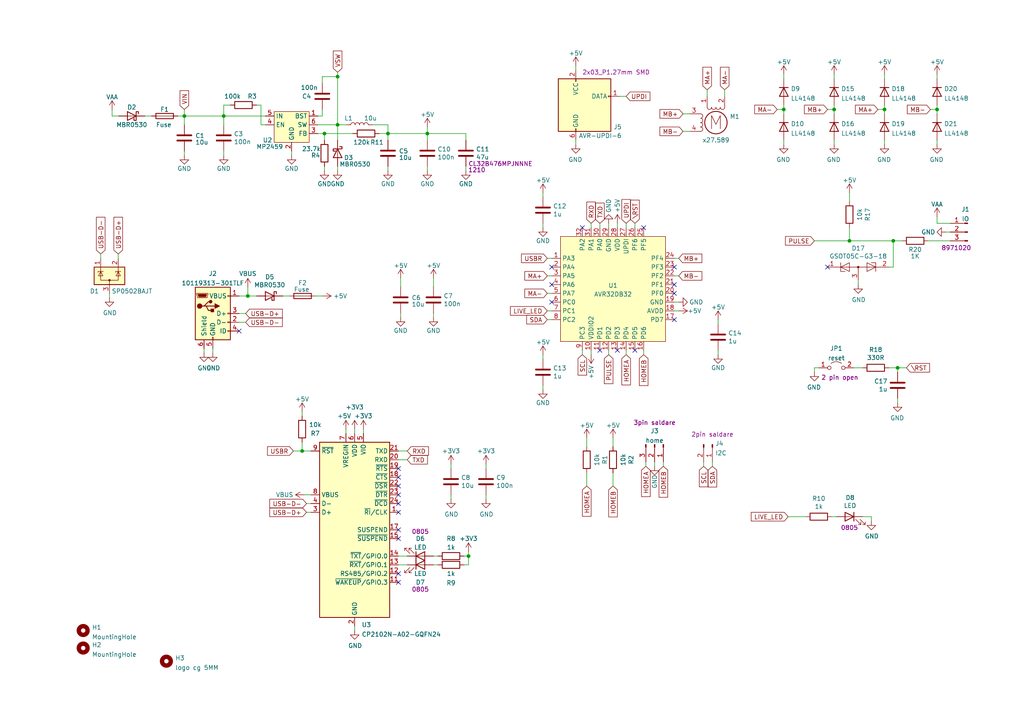
<source format=kicad_sch>
(kicad_sch (version 20230121) (generator eeschema)

  (uuid e63e39d7-6ac0-4ffd-8aa3-1841a4541b55)

  (paper "A4")

  

  (junction (at 64.897 33.655) (diameter 0) (color 0 0 0 0)
    (uuid 158d6b04-8e1a-411a-9def-1a40bf91f8e7)
  )
  (junction (at 135.89 161.29) (diameter 0) (color 0 0 0 0)
    (uuid 27533134-2520-45b7-8f2d-398bd98bd910)
  )
  (junction (at 256.54 31.75) (diameter 0) (color 0 0 0 0)
    (uuid 2fb0f880-803b-46e2-bf6f-15c844b9c1ca)
  )
  (junction (at 271.78 31.75) (diameter 0) (color 0 0 0 0)
    (uuid 3f1e41c7-71db-4f4f-a4e4-6d774b56ea78)
  )
  (junction (at 71.882 85.852) (diameter 0) (color 0 0 0 0)
    (uuid 4415d8fc-ab59-4c67-b688-aa995abe4e09)
  )
  (junction (at 246.38 69.85) (diameter 0) (color 0 0 0 0)
    (uuid 53a6e1f3-b8f5-45d4-89a5-dbc7edaac558)
  )
  (junction (at 97.917 22.225) (diameter 0) (color 0 0 0 0)
    (uuid 6c12d46e-9b62-4962-9d3b-1be889811439)
  )
  (junction (at 241.935 31.75) (diameter 0) (color 0 0 0 0)
    (uuid 7eaba4cf-55c4-40dc-9d81-3baa47afa9a7)
  )
  (junction (at 97.917 36.195) (diameter 0) (color 0 0 0 0)
    (uuid a54357be-14d7-412a-bddc-d4823b0b7f94)
  )
  (junction (at 259.08 69.85) (diameter 0) (color 0 0 0 0)
    (uuid b27dab35-20a7-48c9-a79a-98f23b39c87e)
  )
  (junction (at 53.467 33.655) (diameter 0) (color 0 0 0 0)
    (uuid beb27a0c-e4f9-419e-991b-715e16657765)
  )
  (junction (at 123.952 38.735) (diameter 0) (color 0 0 0 0)
    (uuid ccbe9df0-e685-4dfa-ae08-e7476acf9eea)
  )
  (junction (at 260.35 106.68) (diameter 0) (color 0 0 0 0)
    (uuid cd5dd141-77b9-47d1-8bb3-8d45a9ffc7ec)
  )
  (junction (at 112.522 38.735) (diameter 0) (color 0 0 0 0)
    (uuid e1070305-dfe3-4f97-ae91-461220cec994)
  )
  (junction (at 87.63 130.81) (diameter 0) (color 0 0 0 0)
    (uuid ed871871-11b9-4307-8f86-f1e0308ac429)
  )
  (junction (at 227.33 31.75) (diameter 0) (color 0 0 0 0)
    (uuid eff3db5f-9a84-4ea1-8c28-8da52194ad18)
  )
  (junction (at 94.107 38.735) (diameter 0) (color 0 0 0 0)
    (uuid f1d2d6f1-7ac1-43c5-874e-157d796e29ce)
  )

  (no_connect (at 115.57 148.59) (uuid 0e8b4711-9d9c-4278-baf0-0cc96b2da4cf))
  (no_connect (at 69.342 96.012) (uuid 207661fa-9e4c-43b8-8669-730a077cf8fb))
  (no_connect (at 115.57 166.37) (uuid 4dcfc804-3531-4204-9837-f5de957fa37e))
  (no_connect (at 115.57 153.67) (uuid 6e2d1be9-1576-49bc-820c-74348c20fb44))
  (no_connect (at 115.57 156.21) (uuid 71d281ee-ff62-418e-bb90-f5ae21e60646))
  (no_connect (at 115.57 140.97) (uuid 72678aba-2ace-43c8-bd05-6fe313a97f39))
  (no_connect (at 186.69 66.04) (uuid 890bbf57-a9e6-4d2f-ae0e-a09d8d12ea5b))
  (no_connect (at 168.91 66.04) (uuid 890bbf57-a9e6-4d2f-ae0e-a09d8d12ea5c))
  (no_connect (at 179.07 101.6) (uuid 890bbf57-a9e6-4d2f-ae0e-a09d8d12ea5d))
  (no_connect (at 173.99 101.6) (uuid 890bbf57-a9e6-4d2f-ae0e-a09d8d12ea5e))
  (no_connect (at 160.02 82.55) (uuid 890bbf57-a9e6-4d2f-ae0e-a09d8d12ea5f))
  (no_connect (at 160.02 87.63) (uuid 890bbf57-a9e6-4d2f-ae0e-a09d8d12ea60))
  (no_connect (at 195.58 85.09) (uuid 890bbf57-a9e6-4d2f-ae0e-a09d8d12ea61))
  (no_connect (at 195.58 77.47) (uuid 890bbf57-a9e6-4d2f-ae0e-a09d8d12ea62))
  (no_connect (at 195.58 82.55) (uuid 890bbf57-a9e6-4d2f-ae0e-a09d8d12ea63))
  (no_connect (at 195.58 92.71) (uuid 890bbf57-a9e6-4d2f-ae0e-a09d8d12ea64))
  (no_connect (at 184.15 101.6) (uuid 890bbf57-a9e6-4d2f-ae0e-a09d8d12ea65))
  (no_connect (at 160.02 77.47) (uuid 890bbf57-a9e6-4d2f-ae0e-a09d8d12ea66))
  (no_connect (at 115.57 168.91) (uuid 8ac9595f-d6af-4412-801d-645fd65c69e8))
  (no_connect (at 115.57 135.89) (uuid 94672925-2ad2-4f5c-a926-aaecb2986d66))
  (no_connect (at 115.57 146.05) (uuid a8ab2ad6-e1bd-4999-a33f-957532b553ce))
  (no_connect (at 115.57 143.51) (uuid c1960e59-1ad1-4b37-9840-ecf1f37c3865))
  (no_connect (at 240.03 77.47) (uuid cc2f3bbb-3325-42e1-b18b-320257c889ab))
  (no_connect (at 115.57 138.43) (uuid e5a1ae80-969d-4271-8350-208614856311))

  (wire (pts (xy 97.917 48.26) (xy 97.917 49.53))
    (stroke (width 0) (type default))
    (uuid 001d7d24-6636-4ec9-b3f7-496c21dae78e)
  )
  (wire (pts (xy 82.042 85.852) (xy 83.947 85.852))
    (stroke (width 0) (type default))
    (uuid 02aa97f8-9877-4743-bcf9-434e8f913b3f)
  )
  (wire (pts (xy 66.802 30.48) (xy 64.897 30.48))
    (stroke (width 0) (type default))
    (uuid 02f544da-3d4c-4711-87c9-9b4bb515f034)
  )
  (wire (pts (xy 158.75 90.17) (xy 160.02 90.17))
    (stroke (width 0) (type default))
    (uuid 05a49701-d165-4a1e-8700-5cd4e6624ec2)
  )
  (wire (pts (xy 259.08 77.47) (xy 259.08 69.85))
    (stroke (width 0) (type default))
    (uuid 07450262-4375-4d6a-8910-ed42fd838b67)
  )
  (wire (pts (xy 181.61 101.6) (xy 181.61 102.87))
    (stroke (width 0) (type default))
    (uuid 07ccd936-a3b5-4d08-815b-923d61febb94)
  )
  (wire (pts (xy 246.38 69.85) (xy 259.08 69.85))
    (stroke (width 0) (type default))
    (uuid 0819328a-d159-4d20-bae0-b9560dbb1b6d)
  )
  (wire (pts (xy 158.75 92.71) (xy 160.02 92.71))
    (stroke (width 0) (type default))
    (uuid 08b304af-b06a-4e99-9d38-439de0534013)
  )
  (wire (pts (xy 84.582 43.815) (xy 84.582 45.085))
    (stroke (width 0) (type default))
    (uuid 0943ef2b-8689-4425-8dd5-bc9d57b8985e)
  )
  (wire (pts (xy 257.81 106.68) (xy 260.35 106.68))
    (stroke (width 0) (type default))
    (uuid 0b80f9ce-3541-41d9-8acb-4f75c4b17158)
  )
  (wire (pts (xy 252.73 149.86) (xy 250.19 149.86))
    (stroke (width 0) (type default))
    (uuid 0be51dd8-9c18-444d-a82a-d43643d2dcbc)
  )
  (wire (pts (xy 87.63 130.81) (xy 90.17 130.81))
    (stroke (width 0) (type default))
    (uuid 0dac74aa-b54a-4c71-82f3-18c6222e38a5)
  )
  (wire (pts (xy 135.128 38.735) (xy 123.952 38.735))
    (stroke (width 0) (type default))
    (uuid 10faf8da-8f2e-428c-8daa-e632ff057a40)
  )
  (wire (pts (xy 94.107 38.735) (xy 92.202 38.735))
    (stroke (width 0) (type default))
    (uuid 1133385f-572b-4b3e-be77-b60d1effa941)
  )
  (wire (pts (xy 102.87 181.61) (xy 102.87 182.88))
    (stroke (width 0) (type default))
    (uuid 117effc1-c797-46eb-8699-2590a492aaab)
  )
  (wire (pts (xy 53.467 43.815) (xy 53.467 45.085))
    (stroke (width 0) (type default))
    (uuid 12308129-103b-4fe1-afd6-98a4444f35f0)
  )
  (wire (pts (xy 61.722 101.092) (xy 61.722 102.362))
    (stroke (width 0) (type default))
    (uuid 1434a538-2523-40ee-beca-566c3163c69c)
  )
  (wire (pts (xy 179.705 27.94) (xy 181.61 27.94))
    (stroke (width 0) (type default))
    (uuid 16b54591-6350-4340-8564-15422dfa296a)
  )
  (wire (pts (xy 205.105 26.035) (xy 205.105 27.94))
    (stroke (width 0) (type default))
    (uuid 17a38d5c-9d96-45b6-a9d3-b3620484bc7b)
  )
  (wire (pts (xy 135.128 48.26) (xy 135.128 49.53))
    (stroke (width 0) (type default))
    (uuid 18d8abaa-19c1-45ff-b0a6-4a9fbd8b1327)
  )
  (wire (pts (xy 112.522 48.26) (xy 112.522 49.53))
    (stroke (width 0) (type default))
    (uuid 1a3067fa-b3ad-4472-91f3-5053f7cfff56)
  )
  (wire (pts (xy 116.205 83.185) (xy 116.205 80.645))
    (stroke (width 0) (type default))
    (uuid 1cf7cdf7-9c9a-4dda-b3cd-c618987f57ff)
  )
  (wire (pts (xy 176.53 101.6) (xy 176.53 102.87))
    (stroke (width 0) (type default))
    (uuid 1d316acb-8fd8-412f-9db5-32f290ffba1b)
  )
  (wire (pts (xy 173.99 64.77) (xy 173.99 66.04))
    (stroke (width 0) (type default))
    (uuid 1ec20a0d-1af0-499e-b2d2-9df464a9086e)
  )
  (wire (pts (xy 69.342 85.852) (xy 71.882 85.852))
    (stroke (width 0) (type default))
    (uuid 2328256f-b5f5-4333-a931-c7be4015028b)
  )
  (wire (pts (xy 140.97 134.62) (xy 140.97 135.89))
    (stroke (width 0) (type default))
    (uuid 23dd776b-2ad3-440d-8b13-9e2061c0c353)
  )
  (wire (pts (xy 227.33 31.75) (xy 227.33 33.02))
    (stroke (width 0) (type default))
    (uuid 24ca9d17-02f6-46d3-87ea-e23f7e19d25b)
  )
  (wire (pts (xy 93.472 31.75) (xy 93.472 33.655))
    (stroke (width 0) (type default))
    (uuid 260f3968-8ff0-4e24-86a4-5127baeb7bca)
  )
  (wire (pts (xy 167.005 19.05) (xy 167.005 20.32))
    (stroke (width 0) (type default))
    (uuid 2682afd4-79fa-47be-adb0-0d9f611adcbd)
  )
  (wire (pts (xy 53.467 31.75) (xy 53.467 33.655))
    (stroke (width 0) (type default))
    (uuid 2920c62b-1e0c-4da6-9cd3-36af1e005471)
  )
  (wire (pts (xy 88.9 146.05) (xy 90.17 146.05))
    (stroke (width 0) (type default))
    (uuid 29330ae9-a535-47b7-9486-51e5d6aa57d8)
  )
  (wire (pts (xy 170.18 137.16) (xy 170.18 140.97))
    (stroke (width 0) (type default))
    (uuid 296295fb-acbe-4ad7-aa8c-9e9b974d5466)
  )
  (wire (pts (xy 135.89 163.83) (xy 135.89 161.29))
    (stroke (width 0) (type default))
    (uuid 2c139225-1af6-428a-8ef3-8ee5d755c4a6)
  )
  (wire (pts (xy 257.81 77.47) (xy 259.08 77.47))
    (stroke (width 0) (type default))
    (uuid 2f49e383-5314-41eb-acb4-fe956dcf24ce)
  )
  (wire (pts (xy 140.97 143.51) (xy 140.97 144.78))
    (stroke (width 0) (type default))
    (uuid 2f8e492d-dece-46f2-854a-d682c1a667c8)
  )
  (wire (pts (xy 186.69 101.6) (xy 186.69 102.87))
    (stroke (width 0) (type default))
    (uuid 3183881e-a92c-4427-bf47-3141db535437)
  )
  (wire (pts (xy 256.54 40.64) (xy 256.54 41.91))
    (stroke (width 0) (type default))
    (uuid 31e86abe-b7fa-494d-b2f3-b16c7b9ab1ad)
  )
  (wire (pts (xy 247.65 106.68) (xy 250.19 106.68))
    (stroke (width 0) (type default))
    (uuid 31fb15c8-d66f-41e1-a2db-5d8de043b660)
  )
  (wire (pts (xy 252.73 151.13) (xy 252.73 149.86))
    (stroke (width 0) (type default))
    (uuid 32303810-497b-457d-b7e2-f2d0495626c1)
  )
  (wire (pts (xy 87.63 119.38) (xy 87.63 120.65))
    (stroke (width 0) (type default))
    (uuid 32f846c9-c570-406a-9b85-1b9611687d2b)
  )
  (wire (pts (xy 125.73 90.805) (xy 125.73 92.075))
    (stroke (width 0) (type default))
    (uuid 33d60771-997d-49d3-9c0e-3a2475246b38)
  )
  (wire (pts (xy 134.62 163.83) (xy 135.89 163.83))
    (stroke (width 0) (type default))
    (uuid 345e04e0-0514-4316-ba72-751980d704a0)
  )
  (wire (pts (xy 210.185 26.035) (xy 210.185 27.94))
    (stroke (width 0) (type default))
    (uuid 34b39ce7-172f-482c-bd47-dc759d12d7d7)
  )
  (wire (pts (xy 115.57 161.29) (xy 118.11 161.29))
    (stroke (width 0) (type default))
    (uuid 35bcb59c-45dc-4c12-94f0-4e0014609723)
  )
  (wire (pts (xy 241.935 31.75) (xy 241.935 33.02))
    (stroke (width 0) (type default))
    (uuid 37efc68a-7e78-4599-8453-96f555604d49)
  )
  (wire (pts (xy 206.629 133.985) (xy 206.629 135.255))
    (stroke (width 0) (type default))
    (uuid 38273566-9b14-454f-ba99-9e3741387db8)
  )
  (wire (pts (xy 204.089 133.985) (xy 204.089 135.255))
    (stroke (width 0) (type default))
    (uuid 3cca6600-c66a-4b95-bf72-b4b5056f257d)
  )
  (wire (pts (xy 179.07 64.77) (xy 179.07 66.04))
    (stroke (width 0) (type default))
    (uuid 3d2d57e3-8871-4ea3-bbbe-f290f22cb921)
  )
  (wire (pts (xy 236.22 107.95) (xy 236.22 106.68))
    (stroke (width 0) (type default))
    (uuid 4136fdf1-8eb6-406f-9c9b-3173af816bb7)
  )
  (wire (pts (xy 112.522 38.735) (xy 112.522 40.64))
    (stroke (width 0) (type default))
    (uuid 4138e09c-4326-4c7c-a03f-37ed827760c1)
  )
  (wire (pts (xy 256.54 21.59) (xy 256.54 22.86))
    (stroke (width 0) (type default))
    (uuid 4147076b-4b9b-4127-9543-236dc5055569)
  )
  (wire (pts (xy 246.38 66.04) (xy 246.38 69.85))
    (stroke (width 0) (type default))
    (uuid 42af1b7c-d529-4a10-8bd8-8c5edfabb179)
  )
  (wire (pts (xy 269.24 69.85) (xy 275.59 69.85))
    (stroke (width 0) (type default))
    (uuid 43ca9952-77f2-40fa-81bc-4ad0975edfdf)
  )
  (wire (pts (xy 135.128 40.64) (xy 135.128 38.735))
    (stroke (width 0) (type default))
    (uuid 47f8feda-cdab-4cb7-833a-5d8c6b1e99a5)
  )
  (wire (pts (xy 227.33 30.48) (xy 227.33 31.75))
    (stroke (width 0) (type default))
    (uuid 4a80f509-b9fb-4719-97de-92e6d3444ac8)
  )
  (wire (pts (xy 85.09 130.81) (xy 87.63 130.81))
    (stroke (width 0) (type default))
    (uuid 4b81e825-b1f4-43e5-9084-1d88fe7d4ec6)
  )
  (wire (pts (xy 189.865 133.985) (xy 189.865 135.255))
    (stroke (width 0) (type default))
    (uuid 5206e4d1-c751-4c46-889f-9c61d682b0b9)
  )
  (wire (pts (xy 157.48 55.88) (xy 157.48 57.15))
    (stroke (width 0) (type default))
    (uuid 529349e4-6d93-4068-bd52-297b8c8e9c22)
  )
  (wire (pts (xy 256.54 30.48) (xy 256.54 31.75))
    (stroke (width 0) (type default))
    (uuid 54d5a9ee-f256-497d-aa75-558498c68e3d)
  )
  (wire (pts (xy 184.15 64.77) (xy 184.15 66.04))
    (stroke (width 0) (type default))
    (uuid 5b23c970-8891-4110-8945-f3c3814685bc)
  )
  (wire (pts (xy 116.205 90.805) (xy 116.205 92.075))
    (stroke (width 0) (type default))
    (uuid 5da6126b-d083-4d0b-9bac-f681b6c74fd7)
  )
  (wire (pts (xy 248.92 81.28) (xy 248.92 82.55))
    (stroke (width 0) (type default))
    (uuid 5ec403e2-2056-4a83-84ab-029a4d5aad9e)
  )
  (wire (pts (xy 241.935 21.59) (xy 241.935 22.86))
    (stroke (width 0) (type default))
    (uuid 5fa901e5-036a-40bb-8fac-37fc1e656a0b)
  )
  (wire (pts (xy 227.33 21.59) (xy 227.33 22.86))
    (stroke (width 0) (type default))
    (uuid 6057585b-e475-46e1-a83e-9e7c1eb356f5)
  )
  (wire (pts (xy 115.57 163.83) (xy 118.11 163.83))
    (stroke (width 0) (type default))
    (uuid 60dd89af-ddcd-4c58-9d90-5d2d8f7bf47c)
  )
  (wire (pts (xy 134.62 161.29) (xy 135.89 161.29))
    (stroke (width 0) (type default))
    (uuid 6156831f-9493-4235-991c-227fcdd303c4)
  )
  (wire (pts (xy 105.41 124.46) (xy 105.41 125.73))
    (stroke (width 0) (type default))
    (uuid 62cf3560-cbaf-4773-9acc-640aa80fc025)
  )
  (wire (pts (xy 115.57 130.81) (xy 118.11 130.81))
    (stroke (width 0) (type default))
    (uuid 646aa395-51ae-4ad1-a0d9-e6ee409356c8)
  )
  (wire (pts (xy 91.567 85.852) (xy 93.472 85.852))
    (stroke (width 0) (type default))
    (uuid 6b2590b0-d0c1-4052-873d-fb04bad4aaf8)
  )
  (wire (pts (xy 64.897 43.815) (xy 64.897 45.085))
    (stroke (width 0) (type default))
    (uuid 70913f27-ea91-4795-8991-f3649b5055bf)
  )
  (wire (pts (xy 87.63 128.27) (xy 87.63 130.81))
    (stroke (width 0) (type default))
    (uuid 734c2a11-1e3b-4cf2-ab48-ea31fd7984d5)
  )
  (wire (pts (xy 102.87 124.46) (xy 102.87 125.73))
    (stroke (width 0) (type default))
    (uuid 77beae75-37e1-408d-b711-4bffbbed07d0)
  )
  (wire (pts (xy 236.22 106.68) (xy 237.49 106.68))
    (stroke (width 0) (type default))
    (uuid 78ed703c-c987-48c6-91fa-462065ff3c93)
  )
  (wire (pts (xy 241.935 40.64) (xy 241.935 41.91))
    (stroke (width 0) (type default))
    (uuid 7a011711-d0c8-4bdf-b594-fa0872a29397)
  )
  (wire (pts (xy 97.917 36.195) (xy 100.457 36.195))
    (stroke (width 0) (type default))
    (uuid 7b5bcc39-14b6-4cce-8ac4-9ba41a9c2b00)
  )
  (wire (pts (xy 195.58 80.01) (xy 196.85 80.01))
    (stroke (width 0) (type default))
    (uuid 7c6eb2a4-01bb-4c2b-997f-95943645a30b)
  )
  (wire (pts (xy 125.73 161.29) (xy 127 161.29))
    (stroke (width 0) (type default))
    (uuid 7ca64264-7936-4003-bdd4-f52f39c59d87)
  )
  (wire (pts (xy 208.28 101.6) (xy 208.28 102.87))
    (stroke (width 0) (type default))
    (uuid 7cc49be5-a6f9-4790-a6d8-6c60979a3448)
  )
  (wire (pts (xy 94.107 38.735) (xy 102.362 38.735))
    (stroke (width 0) (type default))
    (uuid 7d338515-d03d-40d7-9ff5-e83de776774c)
  )
  (wire (pts (xy 94.107 40.64) (xy 94.107 38.735))
    (stroke (width 0) (type default))
    (uuid 7ee24865-847d-40a1-b2a0-07fe70930447)
  )
  (wire (pts (xy 271.78 31.75) (xy 271.78 33.02))
    (stroke (width 0) (type default))
    (uuid 7ee747fd-7c8d-4c18-ad21-e72d343e2060)
  )
  (wire (pts (xy 64.897 33.655) (xy 64.897 36.195))
    (stroke (width 0) (type default))
    (uuid 819e7af3-3744-48b7-bf65-d0d75c1f08c5)
  )
  (wire (pts (xy 269.875 31.75) (xy 271.78 31.75))
    (stroke (width 0) (type default))
    (uuid 84580140-034f-4289-8e39-fb2aa8629d7c)
  )
  (wire (pts (xy 158.75 85.09) (xy 160.02 85.09))
    (stroke (width 0) (type default))
    (uuid 85540414-0958-48b4-9166-26463e3ccbcc)
  )
  (wire (pts (xy 198.12 38.1) (xy 200.025 38.1))
    (stroke (width 0) (type default))
    (uuid 87026703-3c05-4347-8f3c-e1fbde3f8f10)
  )
  (wire (pts (xy 53.467 33.655) (xy 64.897 33.655))
    (stroke (width 0) (type default))
    (uuid 87572755-2a62-4253-9f40-b9e4ae2574e3)
  )
  (wire (pts (xy 34.29 73.66) (xy 34.29 74.93))
    (stroke (width 0) (type default))
    (uuid 88a52666-9550-4de5-bd2c-9969e6e28591)
  )
  (wire (pts (xy 275.59 64.77) (xy 271.78 64.77))
    (stroke (width 0) (type default))
    (uuid 89da2eaf-c21f-4db7-aef4-cd83423304a4)
  )
  (wire (pts (xy 168.91 101.6) (xy 168.91 102.87))
    (stroke (width 0) (type default))
    (uuid 8bff7417-a8ec-4813-8fd6-dfac96fcdac9)
  )
  (wire (pts (xy 195.58 90.17) (xy 196.85 90.17))
    (stroke (width 0) (type default))
    (uuid 8deacb98-46e4-486a-84a0-88f32fcd45a9)
  )
  (wire (pts (xy 135.89 161.29) (xy 135.89 160.02))
    (stroke (width 0) (type default))
    (uuid 8e33500f-5816-449e-99fc-b54830b6c40c)
  )
  (wire (pts (xy 51.562 33.655) (xy 53.467 33.655))
    (stroke (width 0) (type default))
    (uuid 8eca3f49-ed71-4548-a7b2-97a2fe98c8ca)
  )
  (wire (pts (xy 157.48 64.77) (xy 157.48 66.04))
    (stroke (width 0) (type default))
    (uuid 91e6ec40-e617-4c28-9756-ed4d146cee46)
  )
  (wire (pts (xy 271.78 30.48) (xy 271.78 31.75))
    (stroke (width 0) (type default))
    (uuid 9647f7c8-2a95-42d4-93a6-1b9f86fe49f2)
  )
  (wire (pts (xy 93.472 22.225) (xy 97.917 22.225))
    (stroke (width 0) (type default))
    (uuid 97956631-2df3-4a1e-9c04-8bcf0caf7506)
  )
  (wire (pts (xy 74.422 30.48) (xy 75.692 30.48))
    (stroke (width 0) (type default))
    (uuid 984a32a6-41ed-443c-aba3-2997037dff50)
  )
  (wire (pts (xy 93.472 24.13) (xy 93.472 22.225))
    (stroke (width 0) (type default))
    (uuid 998a0e29-ff82-427a-9d28-1e38a0f9e185)
  )
  (wire (pts (xy 260.35 107.95) (xy 260.35 106.68))
    (stroke (width 0) (type default))
    (uuid 9a56bdf3-2355-4853-91b9-f00a936cd4ae)
  )
  (wire (pts (xy 236.22 69.85) (xy 246.38 69.85))
    (stroke (width 0) (type default))
    (uuid 9c0d1c34-f7c5-49a6-ae36-e6b5e47b1881)
  )
  (wire (pts (xy 254.635 31.75) (xy 256.54 31.75))
    (stroke (width 0) (type default))
    (uuid 9d3de998-8624-4c2a-b3b5-a1d8e75d9e4f)
  )
  (wire (pts (xy 100.33 124.46) (xy 100.33 125.73))
    (stroke (width 0) (type default))
    (uuid 9fa729b9-d735-4bc9-aa10-0704a291c1d4)
  )
  (wire (pts (xy 275.59 67.31) (xy 274.32 67.31))
    (stroke (width 0) (type default))
    (uuid a096dd41-c8a3-42da-af6a-4bb042c6bb4a)
  )
  (wire (pts (xy 177.8 137.16) (xy 177.8 140.97))
    (stroke (width 0) (type default))
    (uuid a24809d1-09ed-47f8-b04c-27f1c2428dc3)
  )
  (wire (pts (xy 32.512 33.655) (xy 34.417 33.655))
    (stroke (width 0) (type default))
    (uuid a283196c-90a1-4cf4-abc1-2dd399e83bdc)
  )
  (wire (pts (xy 157.48 111.76) (xy 157.48 113.03))
    (stroke (width 0) (type default))
    (uuid a31e5e5b-76b9-44d9-96f5-89aa9d34bed1)
  )
  (wire (pts (xy 256.54 31.75) (xy 256.54 33.02))
    (stroke (width 0) (type default))
    (uuid a6506404-fdc7-4490-bc6e-94643a9195be)
  )
  (wire (pts (xy 75.692 30.48) (xy 75.692 36.195))
    (stroke (width 0) (type default))
    (uuid aa1d9cc1-99c5-482c-b479-2129419c646d)
  )
  (wire (pts (xy 195.58 74.93) (xy 196.85 74.93))
    (stroke (width 0) (type default))
    (uuid aa483fb5-7345-4a87-a1a4-16e35570e751)
  )
  (wire (pts (xy 240.03 31.75) (xy 241.935 31.75))
    (stroke (width 0) (type default))
    (uuid ab6d2253-a054-4ad9-8cd2-c099c3c7d414)
  )
  (wire (pts (xy 92.202 36.195) (xy 97.917 36.195))
    (stroke (width 0) (type default))
    (uuid ac6a333e-8481-40d0-9899-5a69ed15ccbd)
  )
  (wire (pts (xy 112.522 38.735) (xy 112.522 36.195))
    (stroke (width 0) (type default))
    (uuid ac6a6895-6f61-4c7d-9a04-a6bf28ba5dca)
  )
  (wire (pts (xy 171.45 64.77) (xy 171.45 66.04))
    (stroke (width 0) (type default))
    (uuid aca240a3-7fb8-492d-9356-d4c6f4b0f7f3)
  )
  (wire (pts (xy 192.405 133.985) (xy 192.405 135.255))
    (stroke (width 0) (type default))
    (uuid ad3a8542-373b-441b-bb8d-1c4f4f26ef79)
  )
  (wire (pts (xy 227.33 40.64) (xy 227.33 41.91))
    (stroke (width 0) (type default))
    (uuid af818b6f-6972-4928-9ba0-71ea4e255640)
  )
  (wire (pts (xy 69.342 93.472) (xy 71.247 93.472))
    (stroke (width 0) (type default))
    (uuid b215e515-9626-4f13-94b0-3b54ff0b8870)
  )
  (wire (pts (xy 112.522 36.195) (xy 108.077 36.195))
    (stroke (width 0) (type default))
    (uuid b2d1889f-c43f-4068-a9c8-eecf420dd70a)
  )
  (wire (pts (xy 69.342 90.932) (xy 71.247 90.932))
    (stroke (width 0) (type default))
    (uuid b2fc026a-b2d0-4256-9662-aaf0de563aac)
  )
  (wire (pts (xy 260.35 106.68) (xy 262.89 106.68))
    (stroke (width 0) (type default))
    (uuid b5f2fe38-d948-452d-ad78-b4a81a6018e6)
  )
  (wire (pts (xy 109.982 38.735) (xy 112.522 38.735))
    (stroke (width 0) (type default))
    (uuid b812a04f-f15d-493c-bc9e-d753041a9d51)
  )
  (wire (pts (xy 130.81 143.51) (xy 130.81 144.78))
    (stroke (width 0) (type default))
    (uuid b81ef14b-b85d-4dc3-8624-e5cc9879545a)
  )
  (wire (pts (xy 123.952 48.26) (xy 123.952 49.53))
    (stroke (width 0) (type default))
    (uuid b97f4c64-1407-4f65-b1ca-89e6044ead1b)
  )
  (wire (pts (xy 112.522 38.735) (xy 123.952 38.735))
    (stroke (width 0) (type default))
    (uuid baeb3d14-77d6-4a6b-ae64-6f2d5aaac889)
  )
  (wire (pts (xy 181.61 64.77) (xy 181.61 66.04))
    (stroke (width 0) (type default))
    (uuid bc2a792e-3ce9-41a2-bf8b-f768aecb99b0)
  )
  (wire (pts (xy 88.265 143.51) (xy 90.17 143.51))
    (stroke (width 0) (type default))
    (uuid bd77f63c-15a3-475d-b4fb-e3bf49c605ab)
  )
  (wire (pts (xy 97.917 20.955) (xy 97.917 22.225))
    (stroke (width 0) (type default))
    (uuid beffdd72-7d19-4647-91c6-733e68df4ee9)
  )
  (wire (pts (xy 259.08 69.85) (xy 261.62 69.85))
    (stroke (width 0) (type default))
    (uuid bfc89ffc-d8f2-4ae7-b630-8199c83d72c8)
  )
  (wire (pts (xy 64.897 30.48) (xy 64.897 33.655))
    (stroke (width 0) (type default))
    (uuid bfd7eb0a-33cf-48f7-b40b-bf721dcc2dcb)
  )
  (wire (pts (xy 195.58 87.63) (xy 196.85 87.63))
    (stroke (width 0) (type default))
    (uuid c1ee3e07-5d05-4247-955e-6717f5e016b0)
  )
  (wire (pts (xy 271.78 21.59) (xy 271.78 22.86))
    (stroke (width 0) (type default))
    (uuid c26a9c0d-dad6-4d5d-874f-cbe89b97e884)
  )
  (wire (pts (xy 94.107 48.26) (xy 94.107 49.53))
    (stroke (width 0) (type default))
    (uuid c61c7d53-9980-4a1e-9eb9-b74a54f50c31)
  )
  (wire (pts (xy 32.512 31.75) (xy 32.512 33.655))
    (stroke (width 0) (type default))
    (uuid c65ef0df-79cc-4a15-b078-cd25371c43b9)
  )
  (wire (pts (xy 198.12 33.02) (xy 200.025 33.02))
    (stroke (width 0) (type default))
    (uuid c820a5ec-2812-4f74-873e-4691bf6258b3)
  )
  (wire (pts (xy 130.81 134.62) (xy 130.81 135.89))
    (stroke (width 0) (type default))
    (uuid c8cdb0bf-191f-422d-94d6-274e33acd2fb)
  )
  (wire (pts (xy 97.917 22.225) (xy 97.917 36.195))
    (stroke (width 0) (type default))
    (uuid c95e498a-abb2-4f47-bac8-5ed7677d1151)
  )
  (wire (pts (xy 71.882 85.852) (xy 74.422 85.852))
    (stroke (width 0) (type default))
    (uuid c9f96502-45ab-4c18-82b2-2bf21b466f5f)
  )
  (wire (pts (xy 115.57 133.35) (xy 118.11 133.35))
    (stroke (width 0) (type default))
    (uuid ca22525b-0ca0-46c9-b489-c756dd6ef384)
  )
  (wire (pts (xy 208.28 92.71) (xy 208.28 93.98))
    (stroke (width 0) (type default))
    (uuid ca6a8947-0874-4526-96a6-6be808253e1d)
  )
  (wire (pts (xy 42.037 33.655) (xy 43.942 33.655))
    (stroke (width 0) (type default))
    (uuid cab7b3b0-2d01-4774-8ef3-7ec3a7204018)
  )
  (wire (pts (xy 177.8 129.54) (xy 177.8 127))
    (stroke (width 0) (type default))
    (uuid ceee7e75-43dd-4cc1-89ba-40690639c44f)
  )
  (wire (pts (xy 93.472 33.655) (xy 92.202 33.655))
    (stroke (width 0) (type default))
    (uuid cf7ee69b-2394-47b1-8be4-da510975ad1b)
  )
  (wire (pts (xy 167.005 40.64) (xy 167.005 41.91))
    (stroke (width 0) (type default))
    (uuid d1c0f08f-c0d9-4c0a-873f-964ee1b810dc)
  )
  (wire (pts (xy 233.68 149.86) (xy 228.6 149.86))
    (stroke (width 0) (type default))
    (uuid d5f75e43-c9cd-4e79-89e8-27668e23411d)
  )
  (wire (pts (xy 59.182 101.092) (xy 59.182 102.362))
    (stroke (width 0) (type default))
    (uuid d73348be-4c21-4d7b-afa2-447ebe65c723)
  )
  (wire (pts (xy 241.935 30.48) (xy 241.935 31.75))
    (stroke (width 0) (type default))
    (uuid d8a78133-27ed-4f8f-92d3-773a2b63dd43)
  )
  (wire (pts (xy 242.57 149.86) (xy 241.3 149.86))
    (stroke (width 0) (type default))
    (uuid db568633-9085-4b30-b938-79ebbfdc6004)
  )
  (wire (pts (xy 170.18 129.54) (xy 170.18 127))
    (stroke (width 0) (type default))
    (uuid e3fa04ac-9f6c-4e34-8730-65a26ffbfb5a)
  )
  (wire (pts (xy 97.917 36.195) (xy 97.917 40.64))
    (stroke (width 0) (type default))
    (uuid e505eed6-f06b-435b-87c0-21a4660f6e7f)
  )
  (wire (pts (xy 123.952 40.64) (xy 123.952 38.735))
    (stroke (width 0) (type default))
    (uuid e5fa9e41-2b2d-48a7-9f6f-173d1039c1c9)
  )
  (wire (pts (xy 125.73 83.185) (xy 125.73 80.645))
    (stroke (width 0) (type default))
    (uuid e73f0c62-12ba-4c1e-b73f-7c62177ac6b8)
  )
  (wire (pts (xy 158.75 80.01) (xy 160.02 80.01))
    (stroke (width 0) (type default))
    (uuid e79e25fc-32f5-451d-b076-1e836af9aa05)
  )
  (wire (pts (xy 125.73 163.83) (xy 127 163.83))
    (stroke (width 0) (type default))
    (uuid e809106e-b399-4d86-ac8d-d707455e717b)
  )
  (wire (pts (xy 157.48 102.87) (xy 157.48 104.14))
    (stroke (width 0) (type default))
    (uuid e9019520-c393-4b05-878e-0bf74a7e9e27)
  )
  (wire (pts (xy 271.78 40.64) (xy 271.78 41.91))
    (stroke (width 0) (type default))
    (uuid e91fc953-d1ce-42d5-bd3d-113f8d4b1e61)
  )
  (wire (pts (xy 64.897 33.655) (xy 76.962 33.655))
    (stroke (width 0) (type default))
    (uuid e988d609-a036-4d15-abcc-2fe51e13d3e6)
  )
  (wire (pts (xy 158.75 74.93) (xy 160.02 74.93))
    (stroke (width 0) (type default))
    (uuid e9fce094-5298-465e-ace0-6cf3f355624f)
  )
  (wire (pts (xy 71.882 83.312) (xy 71.882 85.852))
    (stroke (width 0) (type default))
    (uuid ea0eea78-ad0c-4120-8345-4423219df36d)
  )
  (wire (pts (xy 271.78 62.865) (xy 271.78 64.77))
    (stroke (width 0) (type default))
    (uuid ec0151df-b5e9-4ff3-ada7-3262f17a435e)
  )
  (wire (pts (xy 246.38 58.42) (xy 246.38 55.88))
    (stroke (width 0) (type default))
    (uuid edeee6ae-7ecf-4391-8c22-72d7388c49e1)
  )
  (wire (pts (xy 29.21 74.93) (xy 29.21 73.66))
    (stroke (width 0) (type default))
    (uuid f0621025-39f0-4890-982d-3cdc0f77ab94)
  )
  (wire (pts (xy 171.45 102.87) (xy 171.45 101.6))
    (stroke (width 0) (type default))
    (uuid f0af03a7-6f21-4d4f-a5d1-09abe0dc20cd)
  )
  (wire (pts (xy 260.35 116.84) (xy 260.35 115.57))
    (stroke (width 0) (type default))
    (uuid f2569412-7250-419e-b28a-dbe828cae304)
  )
  (wire (pts (xy 123.952 36.83) (xy 123.952 38.735))
    (stroke (width 0) (type default))
    (uuid f7a1fee7-d81c-4e02-8116-b09f7e2d95c2)
  )
  (wire (pts (xy 225.425 31.75) (xy 227.33 31.75))
    (stroke (width 0) (type default))
    (uuid f8837e9a-2a9c-4013-8bae-6c734b0044c3)
  )
  (wire (pts (xy 176.53 66.04) (xy 176.53 64.77))
    (stroke (width 0) (type default))
    (uuid f8d45f00-14db-4dc9-b8d5-9e57c02acce6)
  )
  (wire (pts (xy 31.75 85.09) (xy 31.75 86.36))
    (stroke (width 0) (type default))
    (uuid f9cc2f9c-ca66-42e8-bd49-60e7ec46ffd7)
  )
  (wire (pts (xy 187.325 133.985) (xy 187.325 135.255))
    (stroke (width 0) (type default))
    (uuid fa501757-5b4c-454e-b9da-766477824930)
  )
  (wire (pts (xy 53.467 36.195) (xy 53.467 33.655))
    (stroke (width 0) (type default))
    (uuid fb7204da-3a8b-4d2c-a6f9-67091547ba68)
  )
  (wire (pts (xy 88.9 148.59) (xy 90.17 148.59))
    (stroke (width 0) (type default))
    (uuid fc853cf9-1670-435e-8bba-f9c2018614c4)
  )
  (wire (pts (xy 75.692 36.195) (xy 76.962 36.195))
    (stroke (width 0) (type default))
    (uuid ff2ba3fd-6eca-4db9-a4cb-62ff75a11c63)
  )

  (global_label "MB+" (shape input) (at 240.03 31.75 180) (fields_autoplaced)
    (effects (font (size 1.27 1.27)) (justify right))
    (uuid 04a3eb4f-9f1d-47c1-a428-855fd690f999)
    (property "Intersheetrefs" "${INTERSHEET_REFS}" (at 233.3231 31.6706 0)
      (effects (font (size 1.27 1.27)) (justify right) hide)
    )
  )
  (global_label "MB-" (shape input) (at 198.12 38.1 180) (fields_autoplaced)
    (effects (font (size 1.27 1.27)) (justify right))
    (uuid 06633731-f2c7-4809-bf70-eec98162aa07)
    (property "Intersheetrefs" "${INTERSHEET_REFS}" (at 191.4131 38.0206 0)
      (effects (font (size 1.27 1.27)) (justify right) hide)
    )
  )
  (global_label "HOMEA" (shape input) (at 170.18 140.97 270) (fields_autoplaced)
    (effects (font (size 1.27 1.27)) (justify right))
    (uuid 0a560d49-92f6-417c-9bbe-d41f125068b5)
    (property "Intersheetrefs" "${INTERSHEET_REFS}" (at 170.1006 149.7331 90)
      (effects (font (size 1.27 1.27)) (justify right) hide)
    )
  )
  (global_label "SCL" (shape input) (at 168.91 102.87 270) (fields_autoplaced)
    (effects (font (size 1.27 1.27)) (justify right))
    (uuid 0bcfd0bd-fa99-49f4-bdcb-510567393568)
    (property "Intersheetrefs" "${INTERSHEET_REFS}" (at 168.8306 108.7907 90)
      (effects (font (size 1.27 1.27)) (justify right) hide)
    )
  )
  (global_label "MB-" (shape input) (at 196.85 80.01 0) (fields_autoplaced)
    (effects (font (size 1.27 1.27)) (justify left))
    (uuid 0e6fe276-8053-4773-86b2-b86d6647e1d1)
    (property "Intersheetrefs" "${INTERSHEET_REFS}" (at 203.5569 80.0894 0)
      (effects (font (size 1.27 1.27)) (justify left) hide)
    )
  )
  (global_label "RXD" (shape input) (at 118.11 130.81 0) (fields_autoplaced)
    (effects (font (size 1.27 1.27)) (justify left))
    (uuid 13647764-a860-480b-a6f9-de7f508ee8a5)
    (property "Intersheetrefs" "${INTERSHEET_REFS}" (at 124.2726 130.8894 0)
      (effects (font (size 1.27 1.27)) (justify left) hide)
    )
  )
  (global_label "\\RST" (shape input) (at 184.15 64.77 90) (fields_autoplaced)
    (effects (font (size 1.27 1.27)) (justify left))
    (uuid 23e8248b-883c-4220-87d9-4cee654f2392)
    (property "Intersheetrefs" "${INTERSHEET_REFS}" (at 184.0706 58.0631 90)
      (effects (font (size 1.27 1.27)) (justify left) hide)
    )
  )
  (global_label "MA-" (shape input) (at 158.75 85.09 180) (fields_autoplaced)
    (effects (font (size 1.27 1.27)) (justify right))
    (uuid 2a9271eb-121a-48e5-bcfd-90aa8be99ab5)
    (property "Intersheetrefs" "${INTERSHEET_REFS}" (at 152.2245 85.1694 0)
      (effects (font (size 1.27 1.27)) (justify right) hide)
    )
  )
  (global_label "MA+" (shape input) (at 158.75 80.01 180) (fields_autoplaced)
    (effects (font (size 1.27 1.27)) (justify right))
    (uuid 2ae89ee8-1e7a-4df2-88e7-d27aac555c01)
    (property "Intersheetrefs" "${INTERSHEET_REFS}" (at 152.2245 80.0894 0)
      (effects (font (size 1.27 1.27)) (justify right) hide)
    )
  )
  (global_label "UPDI" (shape input) (at 181.61 64.77 90) (fields_autoplaced)
    (effects (font (size 1.27 1.27)) (justify left))
    (uuid 432def43-6d07-4fb8-b6b5-5c62ff7e498a)
    (property "Intersheetrefs" "${INTERSHEET_REFS}" (at 181.5306 57.8817 90)
      (effects (font (size 1.27 1.27)) (justify left) hide)
    )
  )
  (global_label "MB+" (shape input) (at 196.85 74.93 0) (fields_autoplaced)
    (effects (font (size 1.27 1.27)) (justify left))
    (uuid 4ef6c26e-1046-427f-9ae6-073582b997b1)
    (property "Intersheetrefs" "${INTERSHEET_REFS}" (at 203.5569 75.0094 0)
      (effects (font (size 1.27 1.27)) (justify left) hide)
    )
  )
  (global_label "USB-D-" (shape input) (at 29.21 73.66 90) (fields_autoplaced)
    (effects (font (size 1.27 1.27)) (justify left))
    (uuid 5043c7b5-e8b5-499f-ac0f-3e3b6af12ce2)
    (property "Intersheetrefs" "${INTERSHEET_REFS}" (at 29.2894 63.0221 90)
      (effects (font (size 1.27 1.27)) (justify right) hide)
    )
  )
  (global_label "VIN" (shape input) (at 53.467 31.75 90) (fields_autoplaced)
    (effects (font (size 1.27 1.27)) (justify left))
    (uuid 540b0b6a-744a-42cc-ae35-65d11ba94049)
    (property "Intersheetrefs" "${INTERSHEET_REFS}" (at 53.3876 26.3131 90)
      (effects (font (size 1.27 1.27)) (justify left) hide)
    )
  )
  (global_label "TXD" (shape input) (at 173.99 64.77 90) (fields_autoplaced)
    (effects (font (size 1.27 1.27)) (justify left))
    (uuid 55a3e029-d569-4204-bf6a-e650d3e714a7)
    (property "Intersheetrefs" "${INTERSHEET_REFS}" (at 173.9106 58.9098 90)
      (effects (font (size 1.27 1.27)) (justify right) hide)
    )
  )
  (global_label "SDA" (shape input) (at 206.629 135.255 270) (fields_autoplaced)
    (effects (font (size 1.27 1.27)) (justify right))
    (uuid 5a54375b-2d00-41fe-860c-67ed89f3e409)
    (property "Intersheetrefs" "${INTERSHEET_REFS}" (at 206.5496 141.2362 90)
      (effects (font (size 1.27 1.27)) (justify right) hide)
    )
  )
  (global_label "HOMEB" (shape input) (at 192.405 135.255 270) (fields_autoplaced)
    (effects (font (size 1.27 1.27)) (justify right))
    (uuid 6d00219e-47e9-4960-9e4d-dc014ae6621c)
    (property "Intersheetrefs" "${INTERSHEET_REFS}" (at 192.3256 144.1995 90)
      (effects (font (size 1.27 1.27)) (justify right) hide)
    )
  )
  (global_label "HOMEA" (shape input) (at 181.61 102.87 270) (fields_autoplaced)
    (effects (font (size 1.27 1.27)) (justify right))
    (uuid 6d8d222a-0406-4490-9872-95ec822326a3)
    (property "Intersheetrefs" "${INTERSHEET_REFS}" (at 181.5306 111.6331 90)
      (effects (font (size 1.27 1.27)) (justify right) hide)
    )
  )
  (global_label "LIVE_LED" (shape input) (at 228.6 149.86 180) (fields_autoplaced)
    (effects (font (size 1.27 1.27)) (justify right))
    (uuid 74fadb4d-988e-49d4-87ed-1fc3668a3597)
    (property "Intersheetrefs" "${INTERSHEET_REFS}" (at -140.97 12.7 0)
      (effects (font (size 1.27 1.27)) hide)
    )
  )
  (global_label "RXD" (shape input) (at 171.45 64.77 90) (fields_autoplaced)
    (effects (font (size 1.27 1.27)) (justify left))
    (uuid 76975803-bb80-4374-9138-b5ca56bb5c51)
    (property "Intersheetrefs" "${INTERSHEET_REFS}" (at 171.3706 58.6074 90)
      (effects (font (size 1.27 1.27)) (justify right) hide)
    )
  )
  (global_label "LIVE_LED" (shape input) (at 158.75 90.17 180) (fields_autoplaced)
    (effects (font (size 1.27 1.27)) (justify right))
    (uuid 78768d31-ae08-4e57-9a09-60643ae0d794)
    (property "Intersheetrefs" "${INTERSHEET_REFS}" (at -210.82 -46.99 0)
      (effects (font (size 1.27 1.27)) hide)
    )
  )
  (global_label "USB-D+" (shape input) (at 34.29 73.66 90) (fields_autoplaced)
    (effects (font (size 1.27 1.27)) (justify left))
    (uuid 854a856d-a512-4009-b9eb-71055127a431)
    (property "Intersheetrefs" "${INTERSHEET_REFS}" (at 34.3694 63.0221 90)
      (effects (font (size 1.27 1.27)) (justify right) hide)
    )
  )
  (global_label "TXD" (shape input) (at 118.11 133.35 0) (fields_autoplaced)
    (effects (font (size 1.27 1.27)) (justify left))
    (uuid 899752f2-c209-41d5-9124-8c93273903f4)
    (property "Intersheetrefs" "${INTERSHEET_REFS}" (at 123.9702 133.4294 0)
      (effects (font (size 1.27 1.27)) (justify left) hide)
    )
  )
  (global_label "USBR" (shape input) (at 158.75 74.93 180) (fields_autoplaced)
    (effects (font (size 1.27 1.27)) (justify right))
    (uuid 9b92ab7a-f93c-4a2b-aa76-6fe3b3e60d86)
    (property "Intersheetrefs" "${INTERSHEET_REFS}" (at 151.2569 74.8506 0)
      (effects (font (size 1.27 1.27)) (justify right) hide)
    )
  )
  (global_label "USB-D-" (shape input) (at 71.247 93.472 0) (fields_autoplaced)
    (effects (font (size 1.27 1.27)) (justify left))
    (uuid a39935c3-16ab-4d1c-985e-58c9d466e15b)
    (property "Intersheetrefs" "${INTERSHEET_REFS}" (at 81.8849 93.5514 0)
      (effects (font (size 1.27 1.27)) (justify left) hide)
    )
  )
  (global_label "MB+" (shape input) (at 198.12 33.02 180) (fields_autoplaced)
    (effects (font (size 1.27 1.27)) (justify right))
    (uuid a4de59ef-b1a0-4ee0-8d22-5a9d04a86858)
    (property "Intersheetrefs" "${INTERSHEET_REFS}" (at 191.4131 32.9406 0)
      (effects (font (size 1.27 1.27)) (justify right) hide)
    )
  )
  (global_label "USB-D-" (shape input) (at 88.9 146.05 180) (fields_autoplaced)
    (effects (font (size 1.27 1.27)) (justify right))
    (uuid a7be0b3f-d418-424f-9793-04ea92304999)
    (property "Intersheetrefs" "${INTERSHEET_REFS}" (at 78.2621 145.9706 0)
      (effects (font (size 1.27 1.27)) (justify right) hide)
    )
  )
  (global_label "SCL" (shape input) (at 204.089 135.255 270) (fields_autoplaced)
    (effects (font (size 1.27 1.27)) (justify right))
    (uuid b2088013-0c82-4020-a0ec-b785660a6b42)
    (property "Intersheetrefs" "${INTERSHEET_REFS}" (at 204.0096 141.1757 90)
      (effects (font (size 1.27 1.27)) (justify right) hide)
    )
  )
  (global_label "USB-D+" (shape input) (at 88.9 148.59 180) (fields_autoplaced)
    (effects (font (size 1.27 1.27)) (justify right))
    (uuid b349afee-1098-44d0-bbc8-7df1659d9efa)
    (property "Intersheetrefs" "${INTERSHEET_REFS}" (at 78.2621 148.5106 0)
      (effects (font (size 1.27 1.27)) (justify right) hide)
    )
  )
  (global_label "USBR" (shape input) (at 85.09 130.81 180) (fields_autoplaced)
    (effects (font (size 1.27 1.27)) (justify right))
    (uuid b7519fe0-8a9c-4b15-9d7e-7f4f80c59862)
    (property "Intersheetrefs" "${INTERSHEET_REFS}" (at 77.5969 130.7306 0)
      (effects (font (size 1.27 1.27)) (justify right) hide)
    )
  )
  (global_label "MA+" (shape input) (at 205.105 26.035 90) (fields_autoplaced)
    (effects (font (size 1.27 1.27)) (justify left))
    (uuid b7d11b47-3707-41f3-a8e3-b1b7072cb0ed)
    (property "Intersheetrefs" "${INTERSHEET_REFS}" (at 205.0256 19.5095 90)
      (effects (font (size 1.27 1.27)) (justify left) hide)
    )
  )
  (global_label "HOMEB" (shape input) (at 186.69 102.87 270) (fields_autoplaced)
    (effects (font (size 1.27 1.27)) (justify right))
    (uuid bb95f5b7-72d3-41ef-a0c8-a9cb5edd5607)
    (property "Intersheetrefs" "${INTERSHEET_REFS}" (at 186.6106 111.8145 90)
      (effects (font (size 1.27 1.27)) (justify right) hide)
    )
  )
  (global_label "PULSE" (shape input) (at 236.22 69.85 180) (fields_autoplaced)
    (effects (font (size 1.27 1.27)) (justify right))
    (uuid bbab0399-067c-4f8a-9b28-a474d8892113)
    (property "Intersheetrefs" "${INTERSHEET_REFS}" (at 227.8198 69.7706 0)
      (effects (font (size 1.27 1.27)) (justify right) hide)
    )
  )
  (global_label "\\RST" (shape input) (at 262.89 106.68 0) (fields_autoplaced)
    (effects (font (size 1.27 1.27)) (justify left))
    (uuid c657af05-0426-4c32-a088-e5b5502f33c3)
    (property "Intersheetrefs" "${INTERSHEET_REFS}" (at 269.5969 106.6006 0)
      (effects (font (size 1.27 1.27)) (justify left) hide)
    )
  )
  (global_label "MB-" (shape input) (at 269.875 31.75 180) (fields_autoplaced)
    (effects (font (size 1.27 1.27)) (justify right))
    (uuid cbd45f09-4438-4568-b0cd-64ab15e4e016)
    (property "Intersheetrefs" "${INTERSHEET_REFS}" (at 263.1681 31.6706 0)
      (effects (font (size 1.27 1.27)) (justify right) hide)
    )
  )
  (global_label "MA-" (shape input) (at 225.425 31.75 180) (fields_autoplaced)
    (effects (font (size 1.27 1.27)) (justify right))
    (uuid cc6573b7-a351-4933-b5e7-b4c1e2ef141c)
    (property "Intersheetrefs" "${INTERSHEET_REFS}" (at 218.8995 31.8294 0)
      (effects (font (size 1.27 1.27)) (justify right) hide)
    )
  )
  (global_label "PULSE" (shape input) (at 176.53 102.87 270) (fields_autoplaced)
    (effects (font (size 1.27 1.27)) (justify right))
    (uuid cc844e47-0a94-41cd-b21c-b08a299396fc)
    (property "Intersheetrefs" "${INTERSHEET_REFS}" (at 176.4506 111.2702 90)
      (effects (font (size 1.27 1.27)) (justify right) hide)
    )
  )
  (global_label "SDA" (shape input) (at 158.75 92.71 180) (fields_autoplaced)
    (effects (font (size 1.27 1.27)) (justify right))
    (uuid cf90a10f-2cf7-4278-be55-53799c6a1425)
    (property "Intersheetrefs" "${INTERSHEET_REFS}" (at 152.7688 92.6306 0)
      (effects (font (size 1.27 1.27)) (justify right) hide)
    )
  )
  (global_label "UPDI" (shape input) (at 181.61 27.94 0) (fields_autoplaced)
    (effects (font (size 1.27 1.27)) (justify left))
    (uuid dc4f1684-0823-4d3e-8894-80fd1804f073)
    (property "Intersheetrefs" "${INTERSHEET_REFS}" (at 188.4983 27.8606 0)
      (effects (font (size 1.27 1.27)) (justify left) hide)
    )
  )
  (global_label "MA+" (shape input) (at 254.635 31.75 180) (fields_autoplaced)
    (effects (font (size 1.27 1.27)) (justify right))
    (uuid ede72e91-c645-4729-950c-33d89724bd82)
    (property "Intersheetrefs" "${INTERSHEET_REFS}" (at 248.1095 31.8294 0)
      (effects (font (size 1.27 1.27)) (justify right) hide)
    )
  )
  (global_label "VSW" (shape input) (at 97.917 20.955 90) (fields_autoplaced)
    (effects (font (size 1.27 1.27)) (justify left))
    (uuid f04a7285-7efd-46bb-b039-ce6cc0a8011b)
    (property "Intersheetrefs" "${INTERSHEET_REFS}" (at 97.8376 14.7924 90)
      (effects (font (size 1.27 1.27)) (justify left) hide)
    )
  )
  (global_label "MA-" (shape input) (at 210.185 26.035 90) (fields_autoplaced)
    (effects (font (size 1.27 1.27)) (justify left))
    (uuid f3f7b374-cc81-43c7-9674-29ed9927606e)
    (property "Intersheetrefs" "${INTERSHEET_REFS}" (at 210.1056 19.5095 90)
      (effects (font (size 1.27 1.27)) (justify left) hide)
    )
  )
  (global_label "USB-D+" (shape input) (at 71.247 90.932 0) (fields_autoplaced)
    (effects (font (size 1.27 1.27)) (justify left))
    (uuid f89dcbba-17fe-46bb-ba76-6b588b295540)
    (property "Intersheetrefs" "${INTERSHEET_REFS}" (at 81.8849 91.0114 0)
      (effects (font (size 1.27 1.27)) (justify left) hide)
    )
  )
  (global_label "HOMEA" (shape input) (at 187.325 135.255 270) (fields_autoplaced)
    (effects (font (size 1.27 1.27)) (justify right))
    (uuid f9eec92b-e7b8-4f23-99a0-0bec58d4798e)
    (property "Intersheetrefs" "${INTERSHEET_REFS}" (at 187.2456 144.0181 90)
      (effects (font (size 1.27 1.27)) (justify right) hide)
    )
  )
  (global_label "HOMEB" (shape input) (at 177.8 140.97 270) (fields_autoplaced)
    (effects (font (size 1.27 1.27)) (justify right))
    (uuid faac8974-a532-4ca8-954d-3ada8a513ecb)
    (property "Intersheetrefs" "${INTERSHEET_REFS}" (at 177.7206 149.9145 90)
      (effects (font (size 1.27 1.27)) (justify right) hide)
    )
  )

  (symbol (lib_id "Device:C") (at 53.467 40.005 0) (unit 1)
    (in_bom yes) (on_board yes) (dnp no)
    (uuid 000452fe-6dbc-471a-9934-e97eb0a9b3b3)
    (property "Reference" "C1" (at 56.642 39.37 0)
      (effects (font (size 1.27 1.27)) (justify left))
    )
    (property "Value" "10u" (at 56.642 41.275 0)
      (effects (font (size 1.27 1.27)) (justify left))
    )
    (property "Footprint" "Capacitor_SMD:C_0805_2012Metric" (at 54.4322 43.815 0)
      (effects (font (size 1.27 1.27)) hide)
    )
    (property "Datasheet" "~" (at 53.467 40.005 0)
      (effects (font (size 1.27 1.27)) hide)
    )
    (pin "1" (uuid 20d8566a-44e7-4ded-a6e1-87bf0a8c1c8f))
    (pin "2" (uuid d1799145-95c2-4b0d-acf2-fd536de6f684))
    (instances
      (project "tachimetro_ferroviario"
        (path "/e63e39d7-6ac0-4ffd-8aa3-1841a4541b55"
          (reference "C1") (unit 1)
        )
      )
    )
  )

  (symbol (lib_id "power:+5V") (at 157.48 55.88 0) (unit 1)
    (in_bom yes) (on_board yes) (dnp no) (fields_autoplaced)
    (uuid 00f4018c-c0ef-47a7-a582-b77bb4a4352c)
    (property "Reference" "#PWR025" (at 157.48 59.69 0)
      (effects (font (size 1.27 1.27)) hide)
    )
    (property "Value" "+5V" (at 157.48 52.2755 0)
      (effects (font (size 1.27 1.27)))
    )
    (property "Footprint" "" (at 157.48 55.88 0)
      (effects (font (size 1.27 1.27)) hide)
    )
    (property "Datasheet" "" (at 157.48 55.88 0)
      (effects (font (size 1.27 1.27)) hide)
    )
    (pin "1" (uuid 97deb713-c4e5-4709-b0b6-ef3012775b1c))
    (instances
      (project "tachimetro_ferroviario"
        (path "/e63e39d7-6ac0-4ffd-8aa3-1841a4541b55"
          (reference "#PWR025") (unit 1)
        )
      )
    )
  )

  (symbol (lib_id "power:+3V3") (at 102.87 124.46 0) (unit 1)
    (in_bom yes) (on_board yes) (dnp no)
    (uuid 033bc227-bbf1-47c0-be0d-bd03780137bb)
    (property "Reference" "#PWR029" (at 102.87 128.27 0)
      (effects (font (size 1.27 1.27)) hide)
    )
    (property "Value" "+3V3" (at 102.87 118.11 0)
      (effects (font (size 1.27 1.27)))
    )
    (property "Footprint" "" (at 102.87 124.46 0)
      (effects (font (size 1.27 1.27)) hide)
    )
    (property "Datasheet" "" (at 102.87 124.46 0)
      (effects (font (size 1.27 1.27)) hide)
    )
    (pin "1" (uuid 4a123472-cbbc-4d19-8efa-599c54833ab6))
    (instances
      (project "tachimetro_ferroviario"
        (path "/e63e39d7-6ac0-4ffd-8aa3-1841a4541b55"
          (reference "#PWR029") (unit 1)
        )
      )
    )
  )

  (symbol (lib_id "Connector:Conn_01x02_Male") (at 206.629 128.905 270) (unit 1)
    (in_bom yes) (on_board yes) (dnp no)
    (uuid 058a10ff-9548-4eee-abbc-c11c5551eccd)
    (property "Reference" "J4" (at 207.4672 128.6315 90)
      (effects (font (size 1.27 1.27)) (justify left))
    )
    (property "Value" "I2C" (at 207.4672 131.4066 90)
      (effects (font (size 1.27 1.27)) (justify left))
    )
    (property "Footprint" "Jumper:SolderJumper-2_P1.3mm_Open_RoundedPad1.0x1.5mm" (at 206.629 128.905 0)
      (effects (font (size 1.27 1.27)) hide)
    )
    (property "Datasheet" "~" (at 206.629 128.905 0)
      (effects (font (size 1.27 1.27)) hide)
    )
    (property "Field4" "2pin saldare" (at 206.629 125.984 90)
      (effects (font (size 1.27 1.27)))
    )
    (pin "1" (uuid 4e1ca952-4520-46f0-82b1-fabe750477ed))
    (pin "2" (uuid 36c12781-c2c0-4b53-ab8e-d75e12d43591))
    (instances
      (project "tachimetro_ferroviario"
        (path "/e63e39d7-6ac0-4ffd-8aa3-1841a4541b55"
          (reference "J4") (unit 1)
        )
      )
    )
  )

  (symbol (lib_id "Mechanical:MountingHole") (at 48.26 191.77 0) (unit 1)
    (in_bom yes) (on_board yes) (dnp no) (fields_autoplaced)
    (uuid 09bcaaad-e14f-4539-9c37-46f6ff677f09)
    (property "Reference" "H3" (at 50.8 190.8615 0)
      (effects (font (size 1.27 1.27)) (justify left))
    )
    (property "Value" "logo cg 5MM" (at 50.8 193.6366 0)
      (effects (font (size 1.27 1.27)) (justify left))
    )
    (property "Footprint" "Alessio Impronte con 3D:LOGO_CG_5MM" (at 48.26 191.77 0)
      (effects (font (size 1.27 1.27)) hide)
    )
    (property "Datasheet" "~" (at 48.26 191.77 0)
      (effects (font (size 1.27 1.27)) hide)
    )
    (instances
      (project "tachimetro_ferroviario"
        (path "/e63e39d7-6ac0-4ffd-8aa3-1841a4541b55"
          (reference "H3") (unit 1)
        )
      )
    )
  )

  (symbol (lib_id "power:GND") (at 241.935 41.91 0) (mirror y) (unit 1)
    (in_bom yes) (on_board yes) (dnp no)
    (uuid 0a416f12-386c-41a4-9115-479b3bc55bc6)
    (property "Reference" "#PWR056" (at 241.935 48.26 0)
      (effects (font (size 1.27 1.27)) hide)
    )
    (property "Value" "GND" (at 241.808 46.3042 0)
      (effects (font (size 1.27 1.27)))
    )
    (property "Footprint" "" (at 241.935 41.91 0)
      (effects (font (size 1.27 1.27)) hide)
    )
    (property "Datasheet" "" (at 241.935 41.91 0)
      (effects (font (size 1.27 1.27)) hide)
    )
    (pin "1" (uuid 41c95fc4-e803-4431-bc90-382cef71d750))
    (instances
      (project "tachimetro_ferroviario"
        (path "/e63e39d7-6ac0-4ffd-8aa3-1841a4541b55"
          (reference "#PWR056") (unit 1)
        )
      )
    )
  )

  (symbol (lib_id "power:GND") (at 84.582 45.085 0) (mirror y) (unit 1)
    (in_bom yes) (on_board yes) (dnp no)
    (uuid 0bdf9337-3451-4f80-aaf1-6b0968555a4e)
    (property "Reference" "#PWR08" (at 84.582 51.435 0)
      (effects (font (size 1.27 1.27)) hide)
    )
    (property "Value" "GND" (at 84.582 48.895 0)
      (effects (font (size 1.27 1.27)))
    )
    (property "Footprint" "" (at 84.582 45.085 0)
      (effects (font (size 1.27 1.27)) hide)
    )
    (property "Datasheet" "" (at 84.582 45.085 0)
      (effects (font (size 1.27 1.27)) hide)
    )
    (pin "1" (uuid 9853dc4d-f761-4958-b45f-b5a2924f7170))
    (instances
      (project "tachimetro_ferroviario"
        (path "/e63e39d7-6ac0-4ffd-8aa3-1841a4541b55"
          (reference "#PWR08") (unit 1)
        )
      )
    )
  )

  (symbol (lib_id "power:+5V") (at 177.8 127 0) (unit 1)
    (in_bom yes) (on_board yes) (dnp no) (fields_autoplaced)
    (uuid 0e2268cb-8343-4d83-bd9a-ed4bfb811abb)
    (property "Reference" "#PWR02" (at 177.8 130.81 0)
      (effects (font (size 1.27 1.27)) hide)
    )
    (property "Value" "+5V" (at 177.8 123.3955 0)
      (effects (font (size 1.27 1.27)))
    )
    (property "Footprint" "" (at 177.8 127 0)
      (effects (font (size 1.27 1.27)) hide)
    )
    (property "Datasheet" "" (at 177.8 127 0)
      (effects (font (size 1.27 1.27)) hide)
    )
    (pin "1" (uuid 0624feb1-8ffe-42af-9b84-1ff808c82ca3))
    (instances
      (project "tachimetro_ferroviario"
        (path "/e63e39d7-6ac0-4ffd-8aa3-1841a4541b55"
          (reference "#PWR02") (unit 1)
        )
      )
    )
  )

  (symbol (lib_id "power:VBUS") (at 71.882 83.312 0) (unit 1)
    (in_bom yes) (on_board yes) (dnp no)
    (uuid 14c94f66-72a3-4cb8-a78d-880c70897838)
    (property "Reference" "#PWR015" (at 71.882 87.122 0)
      (effects (font (size 1.27 1.27)) hide)
    )
    (property "Value" "VBUS" (at 71.882 79.375 0)
      (effects (font (size 1.27 1.27)))
    )
    (property "Footprint" "" (at 71.882 83.312 0)
      (effects (font (size 1.27 1.27)) hide)
    )
    (property "Datasheet" "" (at 71.882 83.312 0)
      (effects (font (size 1.27 1.27)) hide)
    )
    (pin "1" (uuid 9332eb5c-21e0-4edd-a48c-874cd64d97c0))
    (instances
      (project "tachimetro_ferroviario"
        (path "/e63e39d7-6ac0-4ffd-8aa3-1841a4541b55"
          (reference "#PWR015") (unit 1)
        )
      )
    )
  )

  (symbol (lib_id "Power_Protection:SP0502BAJT") (at 31.75 80.01 0) (unit 1)
    (in_bom yes) (on_board yes) (dnp no)
    (uuid 18035404-c5d2-47c0-b4d6-b19eb490b616)
    (property "Reference" "D1" (at 26.035 84.455 0)
      (effects (font (size 1.27 1.27)) (justify left))
    )
    (property "Value" "SP0502BAJT" (at 32.385 84.455 0)
      (effects (font (size 1.27 1.27)) (justify left))
    )
    (property "Footprint" "Package_TO_SOT_SMD:SOT-323_SC-70" (at 37.465 81.28 0)
      (effects (font (size 1.27 1.27)) (justify left) hide)
    )
    (property "Datasheet" "http://www.littelfuse.com/~/media/files/littelfuse/technical%20resources/documents/data%20sheets/sp05xxba.pdf" (at 34.925 76.835 0)
      (effects (font (size 1.27 1.27)) hide)
    )
    (pin "3" (uuid 314cf6ab-d474-4e95-b3a1-ae2c4dd4d10f))
    (pin "1" (uuid d5e0eeb5-b833-4502-b0ef-befd3fe6aabf))
    (pin "2" (uuid 6f6feee3-67ff-4e98-8c7f-4ac4b2c1458c))
    (instances
      (project "tachimetro_ferroviario"
        (path "/e63e39d7-6ac0-4ffd-8aa3-1841a4541b55"
          (reference "D1") (unit 1)
        )
      )
    )
  )

  (symbol (lib_id "power:GND") (at 256.54 41.91 0) (mirror y) (unit 1)
    (in_bom yes) (on_board yes) (dnp no)
    (uuid 1d01d848-cf95-4315-bda1-11a8f389175e)
    (property "Reference" "#PWR064" (at 256.54 48.26 0)
      (effects (font (size 1.27 1.27)) hide)
    )
    (property "Value" "GND" (at 256.413 46.3042 0)
      (effects (font (size 1.27 1.27)))
    )
    (property "Footprint" "" (at 256.54 41.91 0)
      (effects (font (size 1.27 1.27)) hide)
    )
    (property "Datasheet" "" (at 256.54 41.91 0)
      (effects (font (size 1.27 1.27)) hide)
    )
    (pin "1" (uuid 9c92b251-7f9d-4d52-ae20-173ac1f58d37))
    (instances
      (project "tachimetro_ferroviario"
        (path "/e63e39d7-6ac0-4ffd-8aa3-1841a4541b55"
          (reference "#PWR064") (unit 1)
        )
      )
    )
  )

  (symbol (lib_id "power:+5V") (at 157.48 102.87 0) (unit 1)
    (in_bom yes) (on_board yes) (dnp no) (fields_autoplaced)
    (uuid 1e78cd2c-ba17-4507-a3bf-789d6742e0af)
    (property "Reference" "#PWR031" (at 157.48 106.68 0)
      (effects (font (size 1.27 1.27)) hide)
    )
    (property "Value" "+5V" (at 157.48 99.2655 0)
      (effects (font (size 1.27 1.27)))
    )
    (property "Footprint" "" (at 157.48 102.87 0)
      (effects (font (size 1.27 1.27)) hide)
    )
    (property "Datasheet" "" (at 157.48 102.87 0)
      (effects (font (size 1.27 1.27)) hide)
    )
    (pin "1" (uuid 14721ede-b8f6-4863-991e-31ffd0807232))
    (instances
      (project "tachimetro_ferroviario"
        (path "/e63e39d7-6ac0-4ffd-8aa3-1841a4541b55"
          (reference "#PWR031") (unit 1)
        )
      )
    )
  )

  (symbol (lib_id "power:+3V3") (at 140.97 134.62 0) (unit 1)
    (in_bom yes) (on_board yes) (dnp no)
    (uuid 1f29ff41-4d0d-49f9-a4f4-fd86100f9899)
    (property "Reference" "#PWR035" (at 140.97 138.43 0)
      (effects (font (size 1.27 1.27)) hide)
    )
    (property "Value" "+3V3" (at 140.97 130.81 0)
      (effects (font (size 1.27 1.27)))
    )
    (property "Footprint" "" (at 140.97 134.62 0)
      (effects (font (size 1.27 1.27)) hide)
    )
    (property "Datasheet" "" (at 140.97 134.62 0)
      (effects (font (size 1.27 1.27)) hide)
    )
    (pin "1" (uuid 2078037f-ad31-46d4-9d35-e880e73c19fa))
    (instances
      (project "tachimetro_ferroviario"
        (path "/e63e39d7-6ac0-4ffd-8aa3-1841a4541b55"
          (reference "#PWR035") (unit 1)
        )
      )
    )
  )

  (symbol (lib_id "power:VAA") (at 271.78 62.865 0) (unit 1)
    (in_bom yes) (on_board yes) (dnp no) (fields_autoplaced)
    (uuid 200f2407-755c-4da8-9c56-42fe00dbfa4c)
    (property "Reference" "#PWR0104" (at 271.78 66.675 0)
      (effects (font (size 1.27 1.27)) hide)
    )
    (property "Value" "VAA" (at 271.78 59.2605 0)
      (effects (font (size 1.27 1.27)))
    )
    (property "Footprint" "" (at 271.78 62.865 0)
      (effects (font (size 1.27 1.27)) hide)
    )
    (property "Datasheet" "" (at 271.78 62.865 0)
      (effects (font (size 1.27 1.27)) hide)
    )
    (pin "1" (uuid 44798679-67e9-4d6a-8f89-e3baebb60f63))
    (instances
      (project "tachimetro_ferroviario"
        (path "/e63e39d7-6ac0-4ffd-8aa3-1841a4541b55"
          (reference "#PWR0104") (unit 1)
        )
      )
    )
  )

  (symbol (lib_id "Device:R") (at 254 106.68 270) (unit 1)
    (in_bom yes) (on_board yes) (dnp no)
    (uuid 223432cc-b7a3-424a-8930-89af900fb6f2)
    (property "Reference" "R18" (at 254 101.4222 90)
      (effects (font (size 1.27 1.27)))
    )
    (property "Value" "330R" (at 254 103.7336 90)
      (effects (font (size 1.27 1.27)))
    )
    (property "Footprint" "Resistor_SMD:R_0805_2012Metric" (at 254 104.902 90)
      (effects (font (size 1.27 1.27)) hide)
    )
    (property "Datasheet" "~" (at 254 106.68 0)
      (effects (font (size 1.27 1.27)) hide)
    )
    (pin "1" (uuid 1530f12e-70c8-4119-b543-ae6ed8f2900e))
    (pin "2" (uuid 6e936cf7-9982-4ff5-acad-32ff4ef6df12))
    (instances
      (project "tachimetro_ferroviario"
        (path "/e63e39d7-6ac0-4ffd-8aa3-1841a4541b55"
          (reference "R18") (unit 1)
        )
      )
    )
  )

  (symbol (lib_id "alessio:D_TVS_CCA") (at 248.92 77.47 0) (unit 1)
    (in_bom yes) (on_board yes) (dnp no)
    (uuid 22b20f58-1cea-480a-8dd5-e574d9dddfaa)
    (property "Reference" "D17" (at 248.92 72.009 0)
      (effects (font (size 1.27 1.27)))
    )
    (property "Value" "GSOT05C-G3-18" (at 248.92 74.3204 0)
      (effects (font (size 1.27 1.27)))
    )
    (property "Footprint" "Package_TO_SOT_SMD:TSOT-23_HandSoldering" (at 245.11 77.47 0)
      (effects (font (size 1.27 1.27)) hide)
    )
    (property "Datasheet" "~" (at 245.11 77.47 0)
      (effects (font (size 1.27 1.27)) hide)
    )
    (pin "1" (uuid ce2a390c-abff-443d-98fa-d2addf8acc21))
    (pin "2" (uuid 381f21d0-ff0b-4ccd-b7e0-c57abae0c03d))
    (pin "3" (uuid 5a8b5204-fd59-4cf4-a398-f825bf7dceaf))
    (instances
      (project "tachimetro_ferroviario"
        (path "/e63e39d7-6ac0-4ffd-8aa3-1841a4541b55"
          (reference "D17") (unit 1)
        )
      )
    )
  )

  (symbol (lib_id "power:+5V") (at 93.472 85.852 270) (unit 1)
    (in_bom yes) (on_board yes) (dnp no)
    (uuid 2345fd5d-3bc2-4aa8-b823-bd8272cc0397)
    (property "Reference" "#PWR026" (at 89.662 85.852 0)
      (effects (font (size 1.27 1.27)) hide)
    )
    (property "Value" "+5V" (at 96.647 85.852 90)
      (effects (font (size 1.27 1.27)) (justify left))
    )
    (property "Footprint" "" (at 93.472 85.852 0)
      (effects (font (size 1.27 1.27)) hide)
    )
    (property "Datasheet" "" (at 93.472 85.852 0)
      (effects (font (size 1.27 1.27)) hide)
    )
    (pin "1" (uuid 6cd0ad20-21b4-49ae-8fb7-e851e5ede1c5))
    (instances
      (project "tachimetro_ferroviario"
        (path "/e63e39d7-6ac0-4ffd-8aa3-1841a4541b55"
          (reference "#PWR026") (unit 1)
        )
      )
    )
  )

  (symbol (lib_id "Connector:Conn_01x03_Male") (at 189.865 128.905 270) (unit 1)
    (in_bom yes) (on_board yes) (dnp no)
    (uuid 262fb674-1087-4494-9d94-40ded3786340)
    (property "Reference" "J3" (at 189.865 124.9893 90)
      (effects (font (size 1.27 1.27)))
    )
    (property "Value" "home" (at 189.865 127.7644 90)
      (effects (font (size 1.27 1.27)))
    )
    (property "Footprint" "Jumper:SolderJumper-3_P1.3mm_Open_RoundedPad1.0x1.5mm_NumberLabels" (at 189.865 128.905 0)
      (effects (font (size 1.27 1.27)) hide)
    )
    (property "Datasheet" "~" (at 189.865 128.905 0)
      (effects (font (size 1.27 1.27)) hide)
    )
    (property "Field4" "3pin saldare" (at 189.865 122.555 90)
      (effects (font (size 1.27 1.27)))
    )
    (pin "1" (uuid 246389b5-d47d-43ab-aa3b-d59310bccda4))
    (pin "2" (uuid c012a0ab-d46a-4f83-9310-0943058d6202))
    (pin "3" (uuid 638bc5cd-ee95-4495-b9c7-603eac11e953))
    (instances
      (project "tachimetro_ferroviario"
        (path "/e63e39d7-6ac0-4ffd-8aa3-1841a4541b55"
          (reference "J3") (unit 1)
        )
      )
    )
  )

  (symbol (lib_id "Diode:LL4148") (at 271.78 36.83 270) (unit 1)
    (in_bom yes) (on_board yes) (dnp no) (fields_autoplaced)
    (uuid 26dd4dbb-2103-4eb3-9f2b-d04f1f314b9a)
    (property "Reference" "D21" (at 273.812 35.9215 90)
      (effects (font (size 1.27 1.27)) (justify left))
    )
    (property "Value" "LL4148" (at 273.812 38.6966 90)
      (effects (font (size 1.27 1.27)) (justify left))
    )
    (property "Footprint" "Diode_SMD:D_MiniMELF" (at 267.335 36.83 0)
      (effects (font (size 1.27 1.27)) hide)
    )
    (property "Datasheet" "http://www.vishay.com/docs/85557/ll4148.pdf" (at 271.78 36.83 0)
      (effects (font (size 1.27 1.27)) hide)
    )
    (pin "1" (uuid e48601eb-1c9f-4ec7-9e3a-a9034a0292f1))
    (pin "2" (uuid cd67b899-ce94-42d2-ad6d-24c4f57d01f6))
    (instances
      (project "tachimetro_ferroviario"
        (path "/e63e39d7-6ac0-4ffd-8aa3-1841a4541b55"
          (reference "D21") (unit 1)
        )
      )
    )
  )

  (symbol (lib_id "Device:C") (at 112.522 44.45 0) (unit 1)
    (in_bom yes) (on_board yes) (dnp no)
    (uuid 2aafe5f1-e14d-4cc9-b317-d16a88e060f1)
    (property "Reference" "C5" (at 115.697 43.815 0)
      (effects (font (size 1.27 1.27)) (justify left))
    )
    (property "Value" "10u" (at 115.697 45.72 0)
      (effects (font (size 1.27 1.27)) (justify left))
    )
    (property "Footprint" "Capacitor_SMD:C_0805_2012Metric" (at 113.4872 48.26 0)
      (effects (font (size 1.27 1.27)) hide)
    )
    (property "Datasheet" "~" (at 112.522 44.45 0)
      (effects (font (size 1.27 1.27)) hide)
    )
    (pin "1" (uuid 1927b53a-26ee-4187-864c-877dcb8f6b82))
    (pin "2" (uuid b12cb19e-43ce-46d0-954d-227942f73d6b))
    (instances
      (project "tachimetro_ferroviario"
        (path "/e63e39d7-6ac0-4ffd-8aa3-1841a4541b55"
          (reference "C5") (unit 1)
        )
      )
    )
  )

  (symbol (lib_id "Device:R") (at 177.8 133.35 0) (unit 1)
    (in_bom yes) (on_board yes) (dnp no)
    (uuid 2bbb9ea3-5d57-4259-ad91-7c44177fbd38)
    (property "Reference" "R2" (at 183.0578 133.35 90)
      (effects (font (size 1.27 1.27)))
    )
    (property "Value" "10k" (at 180.7464 133.35 90)
      (effects (font (size 1.27 1.27)))
    )
    (property "Footprint" "Resistor_SMD:R_0805_2012Metric" (at 176.022 133.35 90)
      (effects (font (size 1.27 1.27)) hide)
    )
    (property "Datasheet" "~" (at 177.8 133.35 0)
      (effects (font (size 1.27 1.27)) hide)
    )
    (pin "1" (uuid 519fa8e9-26b7-4684-b8bf-803f5342fa64))
    (pin "2" (uuid 8fce018e-ac04-4eb5-a0ab-af1f4b46aef6))
    (instances
      (project "tachimetro_ferroviario"
        (path "/e63e39d7-6ac0-4ffd-8aa3-1841a4541b55"
          (reference "R2") (unit 1)
        )
      )
    )
  )

  (symbol (lib_id "power:GND") (at 135.128 49.53 0) (mirror y) (unit 1)
    (in_bom yes) (on_board yes) (dnp no)
    (uuid 2d09bdfd-a6c5-427d-8a7f-fcce2026b09a)
    (property "Reference" "#PWR0103" (at 135.128 55.88 0)
      (effects (font (size 1.27 1.27)) hide)
    )
    (property "Value" "GND" (at 135.128 53.34 0)
      (effects (font (size 1.27 1.27)))
    )
    (property "Footprint" "" (at 135.128 49.53 0)
      (effects (font (size 1.27 1.27)) hide)
    )
    (property "Datasheet" "" (at 135.128 49.53 0)
      (effects (font (size 1.27 1.27)) hide)
    )
    (pin "1" (uuid e631b78c-5ebe-49d3-ac74-86ce32f8377f))
    (instances
      (project "tachimetro_ferroviario"
        (path "/e63e39d7-6ac0-4ffd-8aa3-1841a4541b55"
          (reference "#PWR0103") (unit 1)
        )
      )
    )
  )

  (symbol (lib_id "power:+3V3") (at 135.89 160.02 0) (unit 1)
    (in_bom yes) (on_board yes) (dnp no)
    (uuid 2da8c276-f1e5-49ff-957c-d769401ce983)
    (property "Reference" "#PWR037" (at 135.89 163.83 0)
      (effects (font (size 1.27 1.27)) hide)
    )
    (property "Value" "+3V3" (at 135.89 156.21 0)
      (effects (font (size 1.27 1.27)))
    )
    (property "Footprint" "" (at 135.89 160.02 0)
      (effects (font (size 1.27 1.27)) hide)
    )
    (property "Datasheet" "" (at 135.89 160.02 0)
      (effects (font (size 1.27 1.27)) hide)
    )
    (pin "1" (uuid 8e0e74af-fdef-47e3-8ba2-692b5b014f93))
    (instances
      (project "tachimetro_ferroviario"
        (path "/e63e39d7-6ac0-4ffd-8aa3-1841a4541b55"
          (reference "#PWR037") (unit 1)
        )
      )
    )
  )

  (symbol (lib_id "power:GND") (at 61.722 102.362 0) (unit 1)
    (in_bom yes) (on_board yes) (dnp no)
    (uuid 2dcb6160-16f4-4616-9c10-2cc0608a1c39)
    (property "Reference" "#PWR013" (at 61.722 108.712 0)
      (effects (font (size 1.27 1.27)) hide)
    )
    (property "Value" "GND" (at 61.849 106.7562 0)
      (effects (font (size 1.27 1.27)))
    )
    (property "Footprint" "" (at 61.722 102.362 0)
      (effects (font (size 1.27 1.27)) hide)
    )
    (property "Datasheet" "" (at 61.722 102.362 0)
      (effects (font (size 1.27 1.27)) hide)
    )
    (pin "1" (uuid 03af577d-df12-43b2-bc3b-cea94eb75d3f))
    (instances
      (project "tachimetro_ferroviario"
        (path "/e63e39d7-6ac0-4ffd-8aa3-1841a4541b55"
          (reference "#PWR013") (unit 1)
        )
      )
    )
  )

  (symbol (lib_id "Diode:LL4148") (at 227.33 36.83 270) (unit 1)
    (in_bom yes) (on_board yes) (dnp no) (fields_autoplaced)
    (uuid 2ef79f4d-3302-4f2d-b2f7-8f31f7660cbd)
    (property "Reference" "D10" (at 229.362 35.9215 90)
      (effects (font (size 1.27 1.27)) (justify left))
    )
    (property "Value" "LL4148" (at 229.362 38.6966 90)
      (effects (font (size 1.27 1.27)) (justify left))
    )
    (property "Footprint" "Diode_SMD:D_MiniMELF" (at 222.885 36.83 0)
      (effects (font (size 1.27 1.27)) hide)
    )
    (property "Datasheet" "http://www.vishay.com/docs/85557/ll4148.pdf" (at 227.33 36.83 0)
      (effects (font (size 1.27 1.27)) hide)
    )
    (pin "1" (uuid f220b790-1434-42f1-988f-3fb7e43be3fa))
    (pin "2" (uuid da79270f-bf6a-49ff-a7da-798c59af64ba))
    (instances
      (project "tachimetro_ferroviario"
        (path "/e63e39d7-6ac0-4ffd-8aa3-1841a4541b55"
          (reference "D10") (unit 1)
        )
      )
    )
  )

  (symbol (lib_id "power:VAA") (at 32.512 31.75 0) (unit 1)
    (in_bom yes) (on_board yes) (dnp no) (fields_autoplaced)
    (uuid 3342fc28-198f-4499-8a52-e1dd68b2455a)
    (property "Reference" "#PWR04" (at 32.512 35.56 0)
      (effects (font (size 1.27 1.27)) hide)
    )
    (property "Value" "VAA" (at 32.512 28.1455 0)
      (effects (font (size 1.27 1.27)))
    )
    (property "Footprint" "" (at 32.512 31.75 0)
      (effects (font (size 1.27 1.27)) hide)
    )
    (property "Datasheet" "" (at 32.512 31.75 0)
      (effects (font (size 1.27 1.27)) hide)
    )
    (pin "1" (uuid 4baf742e-b153-451d-b5f7-a28476c91ac5))
    (instances
      (project "tachimetro_ferroviario"
        (path "/e63e39d7-6ac0-4ffd-8aa3-1841a4541b55"
          (reference "#PWR04") (unit 1)
        )
      )
    )
  )

  (symbol (lib_id "power:+5V") (at 125.73 80.645 0) (unit 1)
    (in_bom yes) (on_board yes) (dnp no) (fields_autoplaced)
    (uuid 362f9f8c-e4a1-4e5d-8f41-f904f8b97946)
    (property "Reference" "#PWR017" (at 125.73 84.455 0)
      (effects (font (size 1.27 1.27)) hide)
    )
    (property "Value" "+5V" (at 125.73 77.0405 0)
      (effects (font (size 1.27 1.27)))
    )
    (property "Footprint" "" (at 125.73 80.645 0)
      (effects (font (size 1.27 1.27)) hide)
    )
    (property "Datasheet" "" (at 125.73 80.645 0)
      (effects (font (size 1.27 1.27)) hide)
    )
    (pin "1" (uuid 59378778-74d0-4033-bfd8-1d0a9baafd1f))
    (instances
      (project "tachimetro_ferroviario"
        (path "/e63e39d7-6ac0-4ffd-8aa3-1841a4541b55"
          (reference "#PWR017") (unit 1)
        )
      )
    )
  )

  (symbol (lib_id "Device:R") (at 106.172 38.735 90) (unit 1)
    (in_bom yes) (on_board yes) (dnp no)
    (uuid 3b4fbe2e-70e6-4940-9c7f-e689491ef211)
    (property "Reference" "R11" (at 109.347 41.275 90)
      (effects (font (size 1.27 1.27)))
    )
    (property "Value" "120k" (at 104.902 41.275 90)
      (effects (font (size 1.27 1.27)))
    )
    (property "Footprint" "Resistor_SMD:R_0805_2012Metric" (at 106.172 40.513 90)
      (effects (font (size 1.27 1.27)) hide)
    )
    (property "Datasheet" "~" (at 106.172 38.735 0)
      (effects (font (size 1.27 1.27)) hide)
    )
    (pin "1" (uuid bdb7c51c-a446-4625-8175-c513223d2009))
    (pin "2" (uuid 3f17a494-dfac-4cda-8891-a4cba449ce98))
    (instances
      (project "tachimetro_ferroviario"
        (path "/e63e39d7-6ac0-4ffd-8aa3-1841a4541b55"
          (reference "R11") (unit 1)
        )
      )
    )
  )

  (symbol (lib_id "Device:C") (at 125.73 86.995 0) (unit 1)
    (in_bom yes) (on_board yes) (dnp no)
    (uuid 3d425bc1-d36d-4722-b583-82dfdf683873)
    (property "Reference" "C7" (at 128.651 85.8266 0)
      (effects (font (size 1.27 1.27)) (justify left))
    )
    (property "Value" "100n" (at 128.651 88.138 0)
      (effects (font (size 1.27 1.27)) (justify left))
    )
    (property "Footprint" "Capacitor_SMD:C_0805_2012Metric" (at 126.6952 90.805 0)
      (effects (font (size 1.27 1.27)) hide)
    )
    (property "Datasheet" "~" (at 125.73 86.995 0)
      (effects (font (size 1.27 1.27)) hide)
    )
    (pin "1" (uuid 265f0589-b20c-4ffa-8c85-0d355844f591))
    (pin "2" (uuid e0ecc222-60f6-45af-80f3-365b0b5d99a2))
    (instances
      (project "tachimetro_ferroviario"
        (path "/e63e39d7-6ac0-4ffd-8aa3-1841a4541b55"
          (reference "C7") (unit 1)
        )
      )
    )
  )

  (symbol (lib_id "power:+5V") (at 100.33 124.46 0) (unit 1)
    (in_bom yes) (on_board yes) (dnp no)
    (uuid 3da1e503-2ca4-475f-b71f-20778bc68516)
    (property "Reference" "#PWR028" (at 100.33 128.27 0)
      (effects (font (size 1.27 1.27)) hide)
    )
    (property "Value" "+5V" (at 97.79 120.65 0)
      (effects (font (size 1.27 1.27)) (justify left))
    )
    (property "Footprint" "" (at 100.33 124.46 0)
      (effects (font (size 1.27 1.27)) hide)
    )
    (property "Datasheet" "" (at 100.33 124.46 0)
      (effects (font (size 1.27 1.27)) hide)
    )
    (pin "1" (uuid 37ce3837-1107-4273-ab19-c19131115770))
    (instances
      (project "tachimetro_ferroviario"
        (path "/e63e39d7-6ac0-4ffd-8aa3-1841a4541b55"
          (reference "#PWR028") (unit 1)
        )
      )
    )
  )

  (symbol (lib_id "power:+5V") (at 256.54 21.59 0) (unit 1)
    (in_bom yes) (on_board yes) (dnp no) (fields_autoplaced)
    (uuid 3f0cad07-af2c-47de-a0b7-aae27378d209)
    (property "Reference" "#PWR063" (at 256.54 25.4 0)
      (effects (font (size 1.27 1.27)) hide)
    )
    (property "Value" "+5V" (at 256.54 17.9855 0)
      (effects (font (size 1.27 1.27)))
    )
    (property "Footprint" "" (at 256.54 21.59 0)
      (effects (font (size 1.27 1.27)) hide)
    )
    (property "Datasheet" "" (at 256.54 21.59 0)
      (effects (font (size 1.27 1.27)) hide)
    )
    (pin "1" (uuid b1465caa-2174-4673-ab8b-db3b7f5245fd))
    (instances
      (project "tachimetro_ferroviario"
        (path "/e63e39d7-6ac0-4ffd-8aa3-1841a4541b55"
          (reference "#PWR063") (unit 1)
        )
      )
    )
  )

  (symbol (lib_id "power:GND") (at 189.865 135.255 0) (unit 1)
    (in_bom yes) (on_board yes) (dnp no)
    (uuid 44489708-98bc-4124-9b09-275aa87de0fe)
    (property "Reference" "#PWR03" (at 189.865 141.605 0)
      (effects (font (size 1.27 1.27)) hide)
    )
    (property "Value" "GND" (at 189.865 139.7 90)
      (effects (font (size 1.27 1.27)))
    )
    (property "Footprint" "" (at 189.865 135.255 0)
      (effects (font (size 1.27 1.27)) hide)
    )
    (property "Datasheet" "" (at 189.865 135.255 0)
      (effects (font (size 1.27 1.27)) hide)
    )
    (pin "1" (uuid a601c3ce-aaf1-4e33-a0dd-01492b1723c4))
    (instances
      (project "tachimetro_ferroviario"
        (path "/e63e39d7-6ac0-4ffd-8aa3-1841a4541b55"
          (reference "#PWR03") (unit 1)
        )
      )
    )
  )

  (symbol (lib_id "Device:R") (at 170.18 133.35 0) (unit 1)
    (in_bom yes) (on_board yes) (dnp no)
    (uuid 449c221a-2da0-49eb-92a2-b5957551e845)
    (property "Reference" "R1" (at 175.4378 133.35 90)
      (effects (font (size 1.27 1.27)))
    )
    (property "Value" "10k" (at 173.1264 133.35 90)
      (effects (font (size 1.27 1.27)))
    )
    (property "Footprint" "Resistor_SMD:R_0805_2012Metric" (at 168.402 133.35 90)
      (effects (font (size 1.27 1.27)) hide)
    )
    (property "Datasheet" "~" (at 170.18 133.35 0)
      (effects (font (size 1.27 1.27)) hide)
    )
    (pin "1" (uuid 7bda2d61-a55b-4025-9f4f-b584ab7fad68))
    (pin "2" (uuid 6ee74ce6-69ad-467c-8e31-d14317343ba2))
    (instances
      (project "tachimetro_ferroviario"
        (path "/e63e39d7-6ac0-4ffd-8aa3-1841a4541b55"
          (reference "R1") (unit 1)
        )
      )
    )
  )

  (symbol (lib_id "power:GND") (at 167.005 41.91 0) (mirror y) (unit 1)
    (in_bom yes) (on_board yes) (dnp no)
    (uuid 46d3d646-96ed-49c2-8847-1e79e549bf5a)
    (property "Reference" "#PWR0106" (at 167.005 48.26 0)
      (effects (font (size 1.27 1.27)) hide)
    )
    (property "Value" "GND" (at 166.878 46.3042 0)
      (effects (font (size 1.27 1.27)))
    )
    (property "Footprint" "" (at 167.005 41.91 0)
      (effects (font (size 1.27 1.27)) hide)
    )
    (property "Datasheet" "" (at 167.005 41.91 0)
      (effects (font (size 1.27 1.27)) hide)
    )
    (pin "1" (uuid 77888a20-cb2b-4b02-bccc-c6d6a5b41a23))
    (instances
      (project "tachimetro_ferroviario"
        (path "/e63e39d7-6ac0-4ffd-8aa3-1841a4541b55"
          (reference "#PWR0106") (unit 1)
        )
      )
    )
  )

  (symbol (lib_id "power:GND") (at 112.522 49.53 0) (mirror y) (unit 1)
    (in_bom yes) (on_board yes) (dnp no)
    (uuid 48b27370-8f02-487c-a59a-d918d615d265)
    (property "Reference" "#PWR018" (at 112.522 55.88 0)
      (effects (font (size 1.27 1.27)) hide)
    )
    (property "Value" "GND" (at 112.522 53.34 0)
      (effects (font (size 1.27 1.27)))
    )
    (property "Footprint" "" (at 112.522 49.53 0)
      (effects (font (size 1.27 1.27)) hide)
    )
    (property "Datasheet" "" (at 112.522 49.53 0)
      (effects (font (size 1.27 1.27)) hide)
    )
    (pin "1" (uuid fcbf9144-a35a-49ab-b45f-a8910ee8648f))
    (instances
      (project "tachimetro_ferroviario"
        (path "/e63e39d7-6ac0-4ffd-8aa3-1841a4541b55"
          (reference "#PWR018") (unit 1)
        )
      )
    )
  )

  (symbol (lib_id "Device:C") (at 260.35 111.76 0) (mirror y) (unit 1)
    (in_bom yes) (on_board yes) (dnp no)
    (uuid 49563f8f-70b1-4c7b-a8ac-c942c6b266eb)
    (property "Reference" "C17" (at 257.429 110.5916 0)
      (effects (font (size 1.27 1.27)) (justify left))
    )
    (property "Value" "1u" (at 257.429 112.903 0)
      (effects (font (size 1.27 1.27)) (justify left))
    )
    (property "Footprint" "Capacitor_SMD:C_0805_2012Metric" (at 259.3848 115.57 0)
      (effects (font (size 1.27 1.27)) hide)
    )
    (property "Datasheet" "~" (at 260.35 111.76 0)
      (effects (font (size 1.27 1.27)) hide)
    )
    (pin "1" (uuid c8f8e109-a11f-4a68-bf5d-788e85320438))
    (pin "2" (uuid 4210d6ef-853d-438a-9cf9-56b3d7b3a88d))
    (instances
      (project "tachimetro_ferroviario"
        (path "/e63e39d7-6ac0-4ffd-8aa3-1841a4541b55"
          (reference "C17") (unit 1)
        )
      )
    )
  )

  (symbol (lib_id "Device:LED") (at 246.38 149.86 0) (mirror y) (unit 1)
    (in_bom yes) (on_board yes) (dnp no)
    (uuid 4d48e70b-7adc-4b4a-b40c-fb67008644ee)
    (property "Reference" "D8" (at 246.5578 144.3482 0)
      (effects (font (size 1.27 1.27)))
    )
    (property "Value" "LED" (at 246.5578 146.6596 0)
      (effects (font (size 1.27 1.27)))
    )
    (property "Footprint" "LED_SMD:LED_0805_2012Metric_Pad1.15x1.40mm_HandSolder" (at 246.38 149.86 0)
      (effects (font (size 1.27 1.27)) hide)
    )
    (property "Datasheet" "~" (at 246.38 149.86 0)
      (effects (font (size 1.27 1.27)) hide)
    )
    (property "Field4" "0805" (at 246.38 153.035 0)
      (effects (font (size 1.27 1.27)))
    )
    (pin "1" (uuid 550874d3-9d95-42d5-8a35-4a3f7463f152))
    (pin "2" (uuid 97326434-3dd6-43f2-b2d8-f89ab733a64c))
    (instances
      (project "tachimetro_ferroviario"
        (path "/e63e39d7-6ac0-4ffd-8aa3-1841a4541b55"
          (reference "D8") (unit 1)
        )
      )
    )
  )

  (symbol (lib_id "power:+5V") (at 87.63 119.38 0) (unit 1)
    (in_bom yes) (on_board yes) (dnp no) (fields_autoplaced)
    (uuid 50206224-9d91-4469-b28c-2b39eb226860)
    (property "Reference" "#PWR0102" (at 87.63 123.19 0)
      (effects (font (size 1.27 1.27)) hide)
    )
    (property "Value" "+5V" (at 87.63 115.7755 0)
      (effects (font (size 1.27 1.27)))
    )
    (property "Footprint" "" (at 87.63 119.38 0)
      (effects (font (size 1.27 1.27)) hide)
    )
    (property "Datasheet" "" (at 87.63 119.38 0)
      (effects (font (size 1.27 1.27)) hide)
    )
    (pin "1" (uuid e4b05b41-a533-4194-a5b1-b0c44320aa52))
    (instances
      (project "tachimetro_ferroviario"
        (path "/e63e39d7-6ac0-4ffd-8aa3-1841a4541b55"
          (reference "#PWR0102") (unit 1)
        )
      )
    )
  )

  (symbol (lib_id "Device:R") (at 130.81 161.29 270) (mirror x) (unit 1)
    (in_bom yes) (on_board yes) (dnp no)
    (uuid 50271e4b-8b19-4e51-ae42-178f999f845f)
    (property "Reference" "R8" (at 130.81 156.21 90)
      (effects (font (size 1.27 1.27)))
    )
    (property "Value" "1k" (at 130.81 158.75 90)
      (effects (font (size 1.27 1.27)))
    )
    (property "Footprint" "Resistor_SMD:R_0805_2012Metric" (at 130.81 163.068 90)
      (effects (font (size 1.27 1.27)) hide)
    )
    (property "Datasheet" "~" (at 130.81 161.29 0)
      (effects (font (size 1.27 1.27)) hide)
    )
    (pin "1" (uuid 77e539a3-d41d-4d42-96bb-9f94f9fa6bbf))
    (pin "2" (uuid 3f1e69c4-9436-445b-a276-c26cdcf0ee68))
    (instances
      (project "tachimetro_ferroviario"
        (path "/e63e39d7-6ac0-4ffd-8aa3-1841a4541b55"
          (reference "R8") (unit 1)
        )
      )
    )
  )

  (symbol (lib_id "power:+5V") (at 227.33 21.59 0) (unit 1)
    (in_bom yes) (on_board yes) (dnp no) (fields_autoplaced)
    (uuid 5201f272-8e2e-4635-b2e4-880917c34dc3)
    (property "Reference" "#PWR052" (at 227.33 25.4 0)
      (effects (font (size 1.27 1.27)) hide)
    )
    (property "Value" "+5V" (at 227.33 17.9855 0)
      (effects (font (size 1.27 1.27)))
    )
    (property "Footprint" "" (at 227.33 21.59 0)
      (effects (font (size 1.27 1.27)) hide)
    )
    (property "Datasheet" "" (at 227.33 21.59 0)
      (effects (font (size 1.27 1.27)) hide)
    )
    (pin "1" (uuid 4705445d-b1a5-4a3e-9bb3-dbedcfdc0ad8))
    (instances
      (project "tachimetro_ferroviario"
        (path "/e63e39d7-6ac0-4ffd-8aa3-1841a4541b55"
          (reference "#PWR052") (unit 1)
        )
      )
    )
  )

  (symbol (lib_id "Diode:LL4148") (at 241.935 36.83 270) (unit 1)
    (in_bom yes) (on_board yes) (dnp no) (fields_autoplaced)
    (uuid 531d1fe7-8fe9-4958-af2d-a27615402ecf)
    (property "Reference" "D16" (at 243.967 35.9215 90)
      (effects (font (size 1.27 1.27)) (justify left))
    )
    (property "Value" "LL4148" (at 243.967 38.6966 90)
      (effects (font (size 1.27 1.27)) (justify left))
    )
    (property "Footprint" "Diode_SMD:D_MiniMELF" (at 237.49 36.83 0)
      (effects (font (size 1.27 1.27)) hide)
    )
    (property "Datasheet" "http://www.vishay.com/docs/85557/ll4148.pdf" (at 241.935 36.83 0)
      (effects (font (size 1.27 1.27)) hide)
    )
    (pin "1" (uuid 3f6e2b81-a857-4fdb-afd9-4dae30274ee7))
    (pin "2" (uuid 851a336b-2a11-43af-a703-7613e73d55c0))
    (instances
      (project "tachimetro_ferroviario"
        (path "/e63e39d7-6ac0-4ffd-8aa3-1841a4541b55"
          (reference "D16") (unit 1)
        )
      )
    )
  )

  (symbol (lib_id "power:GND") (at 116.205 92.075 0) (mirror y) (unit 1)
    (in_bom yes) (on_board yes) (dnp no)
    (uuid 53c59dc0-9771-467d-8af2-276d16e08247)
    (property "Reference" "#PWR011" (at 116.205 98.425 0)
      (effects (font (size 1.27 1.27)) hide)
    )
    (property "Value" "GND" (at 116.205 95.885 0)
      (effects (font (size 1.27 1.27)))
    )
    (property "Footprint" "" (at 116.205 92.075 0)
      (effects (font (size 1.27 1.27)) hide)
    )
    (property "Datasheet" "" (at 116.205 92.075 0)
      (effects (font (size 1.27 1.27)) hide)
    )
    (pin "1" (uuid 3edcfd6d-5b42-42dd-befe-38bad84dfdf5))
    (instances
      (project "tachimetro_ferroviario"
        (path "/e63e39d7-6ac0-4ffd-8aa3-1841a4541b55"
          (reference "#PWR011") (unit 1)
        )
      )
    )
  )

  (symbol (lib_id "Device:C") (at 140.97 139.7 0) (unit 1)
    (in_bom yes) (on_board yes) (dnp no)
    (uuid 53cd1c50-f067-4080-b455-fa834d331b06)
    (property "Reference" "C9" (at 143.891 138.5316 0)
      (effects (font (size 1.27 1.27)) (justify left))
    )
    (property "Value" "100n" (at 143.891 140.843 0)
      (effects (font (size 1.27 1.27)) (justify left))
    )
    (property "Footprint" "Capacitor_SMD:C_0805_2012Metric" (at 141.9352 143.51 0)
      (effects (font (size 1.27 1.27)) hide)
    )
    (property "Datasheet" "~" (at 140.97 139.7 0)
      (effects (font (size 1.27 1.27)) hide)
    )
    (pin "1" (uuid 0df75537-6caa-45fa-a303-bd3c6c6f6101))
    (pin "2" (uuid 688898a9-e0b6-4e12-b62f-2089fe71a9f1))
    (instances
      (project "tachimetro_ferroviario"
        (path "/e63e39d7-6ac0-4ffd-8aa3-1841a4541b55"
          (reference "C9") (unit 1)
        )
      )
    )
  )

  (symbol (lib_id "Diode:LL4148") (at 241.935 26.67 270) (unit 1)
    (in_bom yes) (on_board yes) (dnp no) (fields_autoplaced)
    (uuid 549b9e57-a638-41b1-beb4-915f650c2f36)
    (property "Reference" "D15" (at 243.967 25.7615 90)
      (effects (font (size 1.27 1.27)) (justify left))
    )
    (property "Value" "LL4148" (at 243.967 28.5366 90)
      (effects (font (size 1.27 1.27)) (justify left))
    )
    (property "Footprint" "Diode_SMD:D_MiniMELF" (at 237.49 26.67 0)
      (effects (font (size 1.27 1.27)) hide)
    )
    (property "Datasheet" "http://www.vishay.com/docs/85557/ll4148.pdf" (at 241.935 26.67 0)
      (effects (font (size 1.27 1.27)) hide)
    )
    (pin "1" (uuid 30b7748c-eb1f-4b77-a1b8-5b52816156c2))
    (pin "2" (uuid e14dfa5f-6f9b-4816-b6e7-77b2d75ca59f))
    (instances
      (project "tachimetro_ferroviario"
        (path "/e63e39d7-6ac0-4ffd-8aa3-1841a4541b55"
          (reference "D15") (unit 1)
        )
      )
    )
  )

  (symbol (lib_id "power:+5V") (at 196.85 90.17 270) (unit 1)
    (in_bom yes) (on_board yes) (dnp no)
    (uuid 571717e5-ae7f-4c19-9778-a48b9d712999)
    (property "Reference" "#PWR042" (at 193.04 90.17 0)
      (effects (font (size 1.27 1.27)) hide)
    )
    (property "Value" "+5V" (at 199.39 90.17 90)
      (effects (font (size 1.27 1.27)) (justify left))
    )
    (property "Footprint" "" (at 196.85 90.17 0)
      (effects (font (size 1.27 1.27)) hide)
    )
    (property "Datasheet" "" (at 196.85 90.17 0)
      (effects (font (size 1.27 1.27)) hide)
    )
    (pin "1" (uuid 87e5e8a0-71f1-4e96-a33e-dd62007570bf))
    (instances
      (project "tachimetro_ferroviario"
        (path "/e63e39d7-6ac0-4ffd-8aa3-1841a4541b55"
          (reference "#PWR042") (unit 1)
        )
      )
    )
  )

  (symbol (lib_id "power:GND") (at 140.97 144.78 0) (unit 1)
    (in_bom yes) (on_board yes) (dnp no)
    (uuid 5819d8f5-54ca-4b6a-99df-5099d733dfab)
    (property "Reference" "#PWR036" (at 140.97 151.13 0)
      (effects (font (size 1.27 1.27)) hide)
    )
    (property "Value" "GND" (at 141.097 149.1742 0)
      (effects (font (size 1.27 1.27)))
    )
    (property "Footprint" "" (at 140.97 144.78 0)
      (effects (font (size 1.27 1.27)) hide)
    )
    (property "Datasheet" "" (at 140.97 144.78 0)
      (effects (font (size 1.27 1.27)) hide)
    )
    (pin "1" (uuid c2091749-a7fb-4403-afab-ad69aa14244a))
    (instances
      (project "tachimetro_ferroviario"
        (path "/e63e39d7-6ac0-4ffd-8aa3-1841a4541b55"
          (reference "#PWR036") (unit 1)
        )
      )
    )
  )

  (symbol (lib_id "power:GND") (at 94.107 49.53 0) (mirror y) (unit 1)
    (in_bom yes) (on_board yes) (dnp no)
    (uuid 5a796a1e-8291-4840-8d95-4f062c078991)
    (property "Reference" "#PWR09" (at 94.107 55.88 0)
      (effects (font (size 1.27 1.27)) hide)
    )
    (property "Value" "GND" (at 94.107 53.34 0)
      (effects (font (size 1.27 1.27)))
    )
    (property "Footprint" "" (at 94.107 49.53 0)
      (effects (font (size 1.27 1.27)) hide)
    )
    (property "Datasheet" "" (at 94.107 49.53 0)
      (effects (font (size 1.27 1.27)) hide)
    )
    (pin "1" (uuid 049693d9-4559-401f-b04b-6332fa976a44))
    (instances
      (project "tachimetro_ferroviario"
        (path "/e63e39d7-6ac0-4ffd-8aa3-1841a4541b55"
          (reference "#PWR09") (unit 1)
        )
      )
    )
  )

  (symbol (lib_id "power:GND") (at 208.28 102.87 0) (mirror y) (unit 1)
    (in_bom yes) (on_board yes) (dnp no)
    (uuid 5c0c9893-c6c7-469e-b87e-694f59f2e3aa)
    (property "Reference" "#PWR044" (at 208.28 109.22 0)
      (effects (font (size 1.27 1.27)) hide)
    )
    (property "Value" "GND" (at 208.28 106.68 0)
      (effects (font (size 1.27 1.27)))
    )
    (property "Footprint" "" (at 208.28 102.87 0)
      (effects (font (size 1.27 1.27)) hide)
    )
    (property "Datasheet" "" (at 208.28 102.87 0)
      (effects (font (size 1.27 1.27)) hide)
    )
    (pin "1" (uuid 5caa230c-3dbd-4a2e-81d7-0246b2e75061))
    (instances
      (project "tachimetro_ferroviario"
        (path "/e63e39d7-6ac0-4ffd-8aa3-1841a4541b55"
          (reference "#PWR044") (unit 1)
        )
      )
    )
  )

  (symbol (lib_id "Device:C") (at 130.81 139.7 0) (unit 1)
    (in_bom yes) (on_board yes) (dnp no)
    (uuid 5df2ee2a-ca36-4368-9228-40aa173b2573)
    (property "Reference" "C8" (at 133.731 138.5316 0)
      (effects (font (size 1.27 1.27)) (justify left))
    )
    (property "Value" "10u" (at 133.731 140.843 0)
      (effects (font (size 1.27 1.27)) (justify left))
    )
    (property "Footprint" "Capacitor_SMD:C_0805_2012Metric" (at 131.7752 143.51 0)
      (effects (font (size 1.27 1.27)) hide)
    )
    (property "Datasheet" "~" (at 130.81 139.7 0)
      (effects (font (size 1.27 1.27)) hide)
    )
    (pin "1" (uuid ff21596c-fe1a-48c0-8ba6-d742aa50697e))
    (pin "2" (uuid 5f1d9d78-8409-4409-a0a0-e8206b8a5208))
    (instances
      (project "tachimetro_ferroviario"
        (path "/e63e39d7-6ac0-4ffd-8aa3-1841a4541b55"
          (reference "C8") (unit 1)
        )
      )
    )
  )

  (symbol (lib_id "Device:R") (at 87.63 124.46 0) (mirror y) (unit 1)
    (in_bom yes) (on_board yes) (dnp no)
    (uuid 5e63c0f8-0b03-4dbb-8d01-865fc0e8fd33)
    (property "Reference" "R7" (at 91.44 125.73 0)
      (effects (font (size 1.27 1.27)))
    )
    (property "Value" "10k" (at 91.44 123.19 0)
      (effects (font (size 1.27 1.27)))
    )
    (property "Footprint" "Resistor_SMD:R_0805_2012Metric" (at 89.408 124.46 90)
      (effects (font (size 1.27 1.27)) hide)
    )
    (property "Datasheet" "~" (at 87.63 124.46 0)
      (effects (font (size 1.27 1.27)) hide)
    )
    (pin "1" (uuid 220edd25-1785-4787-a3a7-b72973b894fe))
    (pin "2" (uuid 5e6991b2-6fc2-44d7-91ce-897a605226dd))
    (instances
      (project "tachimetro_ferroviario"
        (path "/e63e39d7-6ac0-4ffd-8aa3-1841a4541b55"
          (reference "R7") (unit 1)
        )
      )
    )
  )

  (symbol (lib_id "Device:R") (at 237.49 149.86 90) (mirror x) (unit 1)
    (in_bom yes) (on_board yes) (dnp no)
    (uuid 604331b6-df61-4e64-b52d-8ed76e98976d)
    (property "Reference" "R10" (at 237.49 144.6022 90)
      (effects (font (size 1.27 1.27)))
    )
    (property "Value" "1k" (at 237.49 146.9136 90)
      (effects (font (size 1.27 1.27)))
    )
    (property "Footprint" "Resistor_SMD:R_0805_2012Metric" (at 237.49 148.082 90)
      (effects (font (size 1.27 1.27)) hide)
    )
    (property "Datasheet" "~" (at 237.49 149.86 0)
      (effects (font (size 1.27 1.27)) hide)
    )
    (pin "1" (uuid 4816fe68-224d-4ec0-a553-1d0541325597))
    (pin "2" (uuid 4f6d0151-18dc-499b-b34e-0d03ef387314))
    (instances
      (project "tachimetro_ferroviario"
        (path "/e63e39d7-6ac0-4ffd-8aa3-1841a4541b55"
          (reference "R10") (unit 1)
        )
      )
    )
  )

  (symbol (lib_id "power:GND") (at 97.917 49.53 0) (mirror y) (unit 1)
    (in_bom yes) (on_board yes) (dnp no)
    (uuid 642d0365-18d2-4c1d-a3c0-1b063ee8e65c)
    (property "Reference" "#PWR010" (at 97.917 55.88 0)
      (effects (font (size 1.27 1.27)) hide)
    )
    (property "Value" "GND" (at 97.917 53.34 0)
      (effects (font (size 1.27 1.27)))
    )
    (property "Footprint" "" (at 97.917 49.53 0)
      (effects (font (size 1.27 1.27)) hide)
    )
    (property "Datasheet" "" (at 97.917 49.53 0)
      (effects (font (size 1.27 1.27)) hide)
    )
    (pin "1" (uuid 3e0d93b8-13c7-4514-888f-265bd5a10cb0))
    (instances
      (project "tachimetro_ferroviario"
        (path "/e63e39d7-6ac0-4ffd-8aa3-1841a4541b55"
          (reference "#PWR010") (unit 1)
        )
      )
    )
  )

  (symbol (lib_id "Device:R") (at 94.107 44.45 0) (unit 1)
    (in_bom yes) (on_board yes) (dnp no)
    (uuid 649d0e5a-19a3-4fd2-8d43-e5056dbb6174)
    (property "Reference" "R4" (at 91.567 45.085 0)
      (effects (font (size 1.27 1.27)))
    )
    (property "Value" "23.7k" (at 90.297 43.18 0)
      (effects (font (size 1.27 1.27)))
    )
    (property "Footprint" "Resistor_SMD:R_0805_2012Metric" (at 92.329 44.45 90)
      (effects (font (size 1.27 1.27)) hide)
    )
    (property "Datasheet" "~" (at 94.107 44.45 0)
      (effects (font (size 1.27 1.27)) hide)
    )
    (pin "1" (uuid ba850406-6456-4341-941c-27baba89f793))
    (pin "2" (uuid b385a243-3ecd-4591-9a0c-0aac65ecdf42))
    (instances
      (project "tachimetro_ferroviario"
        (path "/e63e39d7-6ac0-4ffd-8aa3-1841a4541b55"
          (reference "R4") (unit 1)
        )
      )
    )
  )

  (symbol (lib_id "Device:C") (at 93.472 27.94 180) (unit 1)
    (in_bom yes) (on_board yes) (dnp no)
    (uuid 69ea6517-c853-4336-bad5-46022f17c006)
    (property "Reference" "C4" (at 90.297 27.94 0)
      (effects (font (size 1.27 1.27)) (justify left))
    )
    (property "Value" "100n" (at 92.202 25.4 0)
      (effects (font (size 1.27 1.27)) (justify left))
    )
    (property "Footprint" "Capacitor_SMD:C_0805_2012Metric" (at 92.5068 24.13 0)
      (effects (font (size 1.27 1.27)) hide)
    )
    (property "Datasheet" "~" (at 93.472 27.94 0)
      (effects (font (size 1.27 1.27)) hide)
    )
    (pin "1" (uuid 311353db-30c3-4804-9c1f-f204c40344cf))
    (pin "2" (uuid a68288f6-7c65-43dc-8e19-5acfaca8da32))
    (instances
      (project "tachimetro_ferroviario"
        (path "/e63e39d7-6ac0-4ffd-8aa3-1841a4541b55"
          (reference "C4") (unit 1)
        )
      )
    )
  )

  (symbol (lib_id "power:GND") (at 102.87 182.88 0) (unit 1)
    (in_bom yes) (on_board yes) (dnp no)
    (uuid 6b8d66ef-ca8a-4cba-a650-f19f668659e2)
    (property "Reference" "#PWR030" (at 102.87 189.23 0)
      (effects (font (size 1.27 1.27)) hide)
    )
    (property "Value" "GND" (at 102.997 187.2742 0)
      (effects (font (size 1.27 1.27)))
    )
    (property "Footprint" "" (at 102.87 182.88 0)
      (effects (font (size 1.27 1.27)) hide)
    )
    (property "Datasheet" "" (at 102.87 182.88 0)
      (effects (font (size 1.27 1.27)) hide)
    )
    (pin "1" (uuid ad9993c9-4b26-4c73-8901-c688fbd47fba))
    (instances
      (project "tachimetro_ferroviario"
        (path "/e63e39d7-6ac0-4ffd-8aa3-1841a4541b55"
          (reference "#PWR030") (unit 1)
        )
      )
    )
  )

  (symbol (lib_id "Diode:LL4148") (at 256.54 36.83 270) (unit 1)
    (in_bom yes) (on_board yes) (dnp no) (fields_autoplaced)
    (uuid 6c75e8d6-4fcb-4c01-a9d9-7d38d0fef623)
    (property "Reference" "D19" (at 258.572 35.9215 90)
      (effects (font (size 1.27 1.27)) (justify left))
    )
    (property "Value" "LL4148" (at 258.572 38.6966 90)
      (effects (font (size 1.27 1.27)) (justify left))
    )
    (property "Footprint" "Diode_SMD:D_MiniMELF" (at 252.095 36.83 0)
      (effects (font (size 1.27 1.27)) hide)
    )
    (property "Datasheet" "http://www.vishay.com/docs/85557/ll4148.pdf" (at 256.54 36.83 0)
      (effects (font (size 1.27 1.27)) hide)
    )
    (pin "1" (uuid 662abf19-761d-47dc-b34b-affa0a5f29c2))
    (pin "2" (uuid 68f1644e-31fc-4a37-a894-9290127a8ada))
    (instances
      (project "tachimetro_ferroviario"
        (path "/e63e39d7-6ac0-4ffd-8aa3-1841a4541b55"
          (reference "D19") (unit 1)
        )
      )
    )
  )

  (symbol (lib_id "Device:R") (at 130.81 163.83 270) (mirror x) (unit 1)
    (in_bom yes) (on_board yes) (dnp no)
    (uuid 6f572071-a566-4e45-825a-e2a71d37b201)
    (property "Reference" "R9" (at 130.81 169.0878 90)
      (effects (font (size 1.27 1.27)))
    )
    (property "Value" "1k" (at 130.81 166.37 90)
      (effects (font (size 1.27 1.27)))
    )
    (property "Footprint" "Resistor_SMD:R_0805_2012Metric" (at 130.81 165.608 90)
      (effects (font (size 1.27 1.27)) hide)
    )
    (property "Datasheet" "~" (at 130.81 163.83 0)
      (effects (font (size 1.27 1.27)) hide)
    )
    (pin "1" (uuid 2d9d3120-7d84-48b2-a272-06b094d8c71e))
    (pin "2" (uuid a841f930-44e6-45d7-ba22-68d191b9cac8))
    (instances
      (project "tachimetro_ferroviario"
        (path "/e63e39d7-6ac0-4ffd-8aa3-1841a4541b55"
          (reference "R9") (unit 1)
        )
      )
    )
  )

  (symbol (lib_id "Device:C") (at 157.48 107.95 0) (unit 1)
    (in_bom yes) (on_board yes) (dnp no)
    (uuid 705b3455-f7a9-4e6e-b7ce-8fbc52687066)
    (property "Reference" "C13" (at 160.401 106.7816 0)
      (effects (font (size 1.27 1.27)) (justify left))
    )
    (property "Value" "1u" (at 160.401 109.093 0)
      (effects (font (size 1.27 1.27)) (justify left))
    )
    (property "Footprint" "Capacitor_SMD:C_0805_2012Metric" (at 158.4452 111.76 0)
      (effects (font (size 1.27 1.27)) hide)
    )
    (property "Datasheet" "~" (at 157.48 107.95 0)
      (effects (font (size 1.27 1.27)) hide)
    )
    (pin "1" (uuid f50efad3-b78e-4dc6-8110-2239bf24ded0))
    (pin "2" (uuid 3dac1f83-f838-4bdb-9a39-01eb0139143d))
    (instances
      (project "tachimetro_ferroviario"
        (path "/e63e39d7-6ac0-4ffd-8aa3-1841a4541b55"
          (reference "C13") (unit 1)
        )
      )
    )
  )

  (symbol (lib_id "power:GND") (at 274.32 67.31 270) (mirror x) (unit 1)
    (in_bom yes) (on_board yes) (dnp no)
    (uuid 709ca3b4-9672-45c7-af10-00c513259953)
    (property "Reference" "#PWR014" (at 267.97 67.31 0)
      (effects (font (size 1.27 1.27)) hide)
    )
    (property "Value" "GND" (at 269.24 67.31 90)
      (effects (font (size 1.27 1.27)))
    )
    (property "Footprint" "" (at 274.32 67.31 0)
      (effects (font (size 1.27 1.27)) hide)
    )
    (property "Datasheet" "" (at 274.32 67.31 0)
      (effects (font (size 1.27 1.27)) hide)
    )
    (pin "1" (uuid 438b347b-373e-40a1-859e-2f0ba44e4efb))
    (instances
      (project "tachimetro_ferroviario"
        (path "/e63e39d7-6ac0-4ffd-8aa3-1841a4541b55"
          (reference "#PWR014") (unit 1)
        )
      )
    )
  )

  (symbol (lib_id "Jumper:Jumper_2_Open") (at 242.57 106.68 0) (unit 1)
    (in_bom yes) (on_board yes) (dnp no)
    (uuid 70cde938-dec6-4b62-8a00-cb2dfbb342e4)
    (property "Reference" "JP1" (at 242.57 101.0625 0)
      (effects (font (size 1.27 1.27)))
    )
    (property "Value" "reset" (at 242.57 103.8376 0)
      (effects (font (size 1.27 1.27)))
    )
    (property "Footprint" "Jumper:SolderJumper-2_P1.3mm_Open_RoundedPad1.0x1.5mm" (at 242.57 106.68 0)
      (effects (font (size 1.27 1.27)) hide)
    )
    (property "Datasheet" "~" (at 242.57 106.68 0)
      (effects (font (size 1.27 1.27)) hide)
    )
    (property "Field4" "2 pin open" (at 243.586 109.474 0)
      (effects (font (size 1.27 1.27)))
    )
    (pin "1" (uuid fdccd247-3ced-4deb-9c0d-f76a1f03d0b3))
    (pin "2" (uuid 5ea5ccd7-f8c7-4f71-8498-b16f551b2d21))
    (instances
      (project "tachimetro_ferroviario"
        (path "/e63e39d7-6ac0-4ffd-8aa3-1841a4541b55"
          (reference "JP1") (unit 1)
        )
      )
    )
  )

  (symbol (lib_id "power:GND") (at 53.467 45.085 0) (mirror y) (unit 1)
    (in_bom yes) (on_board yes) (dnp no)
    (uuid 7a81129e-6d98-4e4e-b622-93d04fb6d02a)
    (property "Reference" "#PWR06" (at 53.467 51.435 0)
      (effects (font (size 1.27 1.27)) hide)
    )
    (property "Value" "GND" (at 53.467 48.895 0)
      (effects (font (size 1.27 1.27)))
    )
    (property "Footprint" "" (at 53.467 45.085 0)
      (effects (font (size 1.27 1.27)) hide)
    )
    (property "Datasheet" "" (at 53.467 45.085 0)
      (effects (font (size 1.27 1.27)) hide)
    )
    (pin "1" (uuid 199412b4-1cba-41f7-a9f4-f56b880062ad))
    (instances
      (project "tachimetro_ferroviario"
        (path "/e63e39d7-6ac0-4ffd-8aa3-1841a4541b55"
          (reference "#PWR06") (unit 1)
        )
      )
    )
  )

  (symbol (lib_id "Device:C") (at 135.128 44.45 0) (unit 1)
    (in_bom yes) (on_board yes) (dnp no)
    (uuid 7f1071c0-9149-45d0-a92a-30725c431ec1)
    (property "Reference" "C11" (at 138.049 43.2816 0)
      (effects (font (size 1.27 1.27)) (justify left))
    )
    (property "Value" "47u" (at 138.049 45.593 0)
      (effects (font (size 1.27 1.27)) (justify left))
    )
    (property "Footprint" "Capacitor_SMD:C_1210_3225Metric" (at 136.0932 48.26 0)
      (effects (font (size 1.27 1.27)) hide)
    )
    (property "Datasheet" "~" (at 135.128 44.45 0)
      (effects (font (size 1.27 1.27)) hide)
    )
    (property "Field4" "CL32B476MPJNNNE" (at 145.161 47.498 0)
      (effects (font (size 1.27 1.27)))
    )
    (property "Field5" "1210" (at 138.303 49.276 0)
      (effects (font (size 1.27 1.27)))
    )
    (pin "1" (uuid 8b353f3b-d551-4621-9d55-57916af604b2))
    (pin "2" (uuid 82ac7f36-0833-480e-b907-9745ca7ca4f9))
    (instances
      (project "tachimetro_ferroviario"
        (path "/e63e39d7-6ac0-4ffd-8aa3-1841a4541b55"
          (reference "C11") (unit 1)
        )
      )
    )
  )

  (symbol (lib_id "Device:LED") (at 121.92 161.29 0) (mirror x) (unit 1)
    (in_bom yes) (on_board yes) (dnp no)
    (uuid 816d4699-95c6-4b24-989f-53dee0281d05)
    (property "Reference" "D6" (at 121.92 156.21 0)
      (effects (font (size 1.27 1.27)))
    )
    (property "Value" "LED" (at 121.92 158.75 0)
      (effects (font (size 1.27 1.27)))
    )
    (property "Footprint" "LED_SMD:LED_0805_2012Metric_Pad1.15x1.40mm_HandSolder" (at 121.92 161.29 0)
      (effects (font (size 1.27 1.27)) hide)
    )
    (property "Datasheet" "~" (at 121.92 161.29 0)
      (effects (font (size 1.27 1.27)) hide)
    )
    (property "Field4" "0805" (at 121.92 154.178 0)
      (effects (font (size 1.27 1.27)))
    )
    (pin "1" (uuid 920bd86e-751a-4043-93f4-2f73794833bb))
    (pin "2" (uuid 386751ca-9614-4556-bc84-8748cdfabc61))
    (instances
      (project "tachimetro_ferroviario"
        (path "/e63e39d7-6ac0-4ffd-8aa3-1841a4541b55"
          (reference "D6") (unit 1)
        )
      )
    )
  )

  (symbol (lib_id "power:+5V") (at 246.38 55.88 0) (unit 1)
    (in_bom yes) (on_board yes) (dnp no) (fields_autoplaced)
    (uuid 819cde6c-50b1-419f-9ae9-b717c4ab6b59)
    (property "Reference" "#PWR057" (at 246.38 59.69 0)
      (effects (font (size 1.27 1.27)) hide)
    )
    (property "Value" "+5V" (at 246.38 52.2755 0)
      (effects (font (size 1.27 1.27)))
    )
    (property "Footprint" "" (at 246.38 55.88 0)
      (effects (font (size 1.27 1.27)) hide)
    )
    (property "Datasheet" "" (at 246.38 55.88 0)
      (effects (font (size 1.27 1.27)) hide)
    )
    (pin "1" (uuid 1354c81f-bc13-4b17-8c14-1676cebe9bb1))
    (instances
      (project "tachimetro_ferroviario"
        (path "/e63e39d7-6ac0-4ffd-8aa3-1841a4541b55"
          (reference "#PWR057") (unit 1)
        )
      )
    )
  )

  (symbol (lib_id "power:GND") (at 64.897 45.085 0) (mirror y) (unit 1)
    (in_bom yes) (on_board yes) (dnp no)
    (uuid 84c25477-d704-43a5-aeb9-13cd67c81127)
    (property "Reference" "#PWR07" (at 64.897 51.435 0)
      (effects (font (size 1.27 1.27)) hide)
    )
    (property "Value" "GND" (at 64.897 48.895 0)
      (effects (font (size 1.27 1.27)))
    )
    (property "Footprint" "" (at 64.897 45.085 0)
      (effects (font (size 1.27 1.27)) hide)
    )
    (property "Datasheet" "" (at 64.897 45.085 0)
      (effects (font (size 1.27 1.27)) hide)
    )
    (pin "1" (uuid fa41c84f-4989-4dcd-a514-e5a54d494427))
    (instances
      (project "tachimetro_ferroviario"
        (path "/e63e39d7-6ac0-4ffd-8aa3-1841a4541b55"
          (reference "#PWR07") (unit 1)
        )
      )
    )
  )

  (symbol (lib_id "power:GND") (at 176.53 64.77 0) (mirror x) (unit 1)
    (in_bom yes) (on_board yes) (dnp no)
    (uuid 857e9ee2-066d-4392-aa9d-025adc3888a2)
    (property "Reference" "#PWR039" (at 176.53 58.42 0)
      (effects (font (size 1.27 1.27)) hide)
    )
    (property "Value" "GND" (at 176.53 59.69 90)
      (effects (font (size 1.27 1.27)))
    )
    (property "Footprint" "" (at 176.53 64.77 0)
      (effects (font (size 1.27 1.27)) hide)
    )
    (property "Datasheet" "" (at 176.53 64.77 0)
      (effects (font (size 1.27 1.27)) hide)
    )
    (pin "1" (uuid da622534-4fbf-44ed-b4f3-c40cc512bb52))
    (instances
      (project "tachimetro_ferroviario"
        (path "/e63e39d7-6ac0-4ffd-8aa3-1841a4541b55"
          (reference "#PWR039") (unit 1)
        )
      )
    )
  )

  (symbol (lib_id "power:+3V3") (at 130.81 134.62 0) (unit 1)
    (in_bom yes) (on_board yes) (dnp no)
    (uuid 87a000c5-cde3-44bd-b8cd-6dffb3f48a86)
    (property "Reference" "#PWR033" (at 130.81 138.43 0)
      (effects (font (size 1.27 1.27)) hide)
    )
    (property "Value" "+3V3" (at 130.81 130.81 0)
      (effects (font (size 1.27 1.27)))
    )
    (property "Footprint" "" (at 130.81 134.62 0)
      (effects (font (size 1.27 1.27)) hide)
    )
    (property "Datasheet" "" (at 130.81 134.62 0)
      (effects (font (size 1.27 1.27)) hide)
    )
    (pin "1" (uuid 7664bab1-c530-4217-97f7-80df37c5c2b1))
    (instances
      (project "tachimetro_ferroviario"
        (path "/e63e39d7-6ac0-4ffd-8aa3-1841a4541b55"
          (reference "#PWR033") (unit 1)
        )
      )
    )
  )

  (symbol (lib_id "Device:R") (at 246.38 62.23 0) (unit 1)
    (in_bom yes) (on_board yes) (dnp no)
    (uuid 8a35f0e0-1c27-4c31-9f86-208e5494e1e9)
    (property "Reference" "R17" (at 251.6378 62.23 90)
      (effects (font (size 1.27 1.27)))
    )
    (property "Value" "10k" (at 249.3264 62.23 90)
      (effects (font (size 1.27 1.27)))
    )
    (property "Footprint" "Resistor_SMD:R_0805_2012Metric" (at 244.602 62.23 90)
      (effects (font (size 1.27 1.27)) hide)
    )
    (property "Datasheet" "~" (at 246.38 62.23 0)
      (effects (font (size 1.27 1.27)) hide)
    )
    (pin "1" (uuid 833f728a-aa28-4fea-b878-19e32b01404e))
    (pin "2" (uuid e2946dea-ca53-4698-95fc-7662604b4ae7))
    (instances
      (project "tachimetro_ferroviario"
        (path "/e63e39d7-6ac0-4ffd-8aa3-1841a4541b55"
          (reference "R17") (unit 1)
        )
      )
    )
  )

  (symbol (lib_id "alessio_simboli:AVR32DB32") (at 177.8 83.82 0) (unit 1)
    (in_bom yes) (on_board yes) (dnp no)
    (uuid 8d3bbfa1-cebb-4aa9-a6dd-1ab766ac5920)
    (property "Reference" "U1" (at 177.8 82.804 0)
      (effects (font (size 1.27 1.27)))
    )
    (property "Value" "AVR32DB32" (at 177.8 85.344 0)
      (effects (font (size 1.27 1.27)))
    )
    (property "Footprint" "Package_DFN_QFN:VQFN-32-1EP_5x5mm_P0.5mm_EP3.15x3.15mm" (at 175.26 83.82 0)
      (effects (font (size 1.27 1.27)) hide)
    )
    (property "Datasheet" "" (at 175.26 83.82 0)
      (effects (font (size 1.27 1.27)) hide)
    )
    (pin "1" (uuid 202a2a60-27a6-4809-9d3a-8adaeea463ba))
    (pin "10" (uuid e01f8b95-b38e-473c-bf33-8817321d3667))
    (pin "11" (uuid d2c0c83b-ee03-4752-9253-e340bee1ba31))
    (pin "12" (uuid e989be96-c354-46db-afab-426510bb15ef))
    (pin "13" (uuid a99c8e24-dade-4425-9fca-d042075e5535))
    (pin "14" (uuid 5c62b994-fee5-4114-b676-e57bc32e9876))
    (pin "15" (uuid 4e8e28b8-1884-4791-9d89-d9f565261e78))
    (pin "16" (uuid 69129877-1693-4868-8549-bf099aca6397))
    (pin "17" (uuid 27c1f600-2801-4bf3-bf37-7fba85fd0f45))
    (pin "18" (uuid 7f96d506-9b6a-439f-a00b-0533f4b6ea97))
    (pin "19" (uuid 694449f3-e28b-48bf-98e8-8586b885ba2f))
    (pin "2" (uuid bab76577-645e-42f7-bf9d-d0053cb299fa))
    (pin "20" (uuid c9b4e99e-0351-46ed-b6f6-aa7b4ab466a9))
    (pin "21" (uuid 5b736597-3b40-4b5f-9ff6-8aeb2633b178))
    (pin "22" (uuid c9b5c72b-d9b3-41cd-a3bb-75ce69e62adf))
    (pin "23" (uuid 0938f90e-7434-49c2-88de-3d1bfde4dc11))
    (pin "24" (uuid 545d96f9-7d09-4c5d-a9d9-6f3aec0c8313))
    (pin "25" (uuid 5e648e12-98e5-49a7-8546-eef9fbf57556))
    (pin "26" (uuid b6c261e1-09db-4780-97f0-6959cecaf9fe))
    (pin "27" (uuid 783ed432-b356-45e8-ba78-293843289a6a))
    (pin "28" (uuid 58de2a53-4964-430a-844b-e1f0dc6deb5e))
    (pin "29" (uuid 76861012-d1f5-4e21-8452-514feee42559))
    (pin "3" (uuid 5856706b-1e8f-4d5e-b863-b32053025513))
    (pin "30" (uuid 18052aa4-650e-43ef-a81a-7b1f59f644e5))
    (pin "31" (uuid 78122701-3f85-4725-87c1-4256e560be09))
    (pin "32" (uuid 634bd017-a0d0-4a0f-b3a4-c88af4b9ffea))
    (pin "33" (uuid 58df8ac9-8d4a-48ba-96c4-45baf6b59fb5))
    (pin "4" (uuid 72a91a9f-abb3-418e-84cd-33c05181557b))
    (pin "5" (uuid cb62c729-14a8-4c7d-bc0c-390bd46390b7))
    (pin "6" (uuid a9b7e3bb-5298-4d44-b056-b5d71c8af366))
    (pin "7" (uuid df196dcd-5196-4965-b4b8-2a69da7b84b0))
    (pin "8" (uuid e18f3fac-8171-499e-8a9f-d79e59807b19))
    (pin "9" (uuid 0f7efd33-98bd-4a53-877a-244d7052fbf5))
    (instances
      (project "tachimetro_ferroviario"
        (path "/e63e39d7-6ac0-4ffd-8aa3-1841a4541b55"
          (reference "U1") (unit 1)
        )
      )
    )
  )

  (symbol (lib_id "Device:R") (at 70.612 30.48 90) (unit 1)
    (in_bom yes) (on_board yes) (dnp no)
    (uuid 9269573e-337a-438e-bed5-4bfb6f1dd25c)
    (property "Reference" "R3" (at 73.152 27.94 90)
      (effects (font (size 1.27 1.27)))
    )
    (property "Value" "100k" (at 67.437 27.94 90)
      (effects (font (size 1.27 1.27)))
    )
    (property "Footprint" "Resistor_SMD:R_0805_2012Metric" (at 70.612 32.258 90)
      (effects (font (size 1.27 1.27)) hide)
    )
    (property "Datasheet" "~" (at 70.612 30.48 0)
      (effects (font (size 1.27 1.27)) hide)
    )
    (pin "1" (uuid 767a631e-12aa-44ac-88a2-5cfdeba2a407))
    (pin "2" (uuid 17b9e0e9-95a3-40d0-a73b-5cb0db7c224b))
    (instances
      (project "tachimetro_ferroviario"
        (path "/e63e39d7-6ac0-4ffd-8aa3-1841a4541b55"
          (reference "R3") (unit 1)
        )
      )
    )
  )

  (symbol (lib_id "Connector:Conn_01x03_Male") (at 280.67 67.31 0) (mirror y) (unit 1)
    (in_bom yes) (on_board yes) (dnp no)
    (uuid 9555226e-c27f-4c75-9ffb-20908eac481e)
    (property "Reference" "J1" (at 280.035 60.7273 0)
      (effects (font (size 1.27 1.27)))
    )
    (property "Value" "IO" (at 280.035 63.5024 0)
      (effects (font (size 1.27 1.27)))
    )
    (property "Footprint" "Connector_Phoenix_MC:PhoenixContact_MCV_1,5_3-G-3.5_1x03_P3.50mm_Vertical" (at 280.67 67.31 0)
      (effects (font (size 1.27 1.27)) hide)
    )
    (property "Datasheet" "~" (at 280.67 67.31 0)
      (effects (font (size 1.27 1.27)) hide)
    )
    (property "Field4" "8971020" (at 277.368 71.882 0)
      (effects (font (size 1.27 1.27)))
    )
    (pin "1" (uuid a82d12e3-28ee-4ce1-af7d-38c4cc100249))
    (pin "2" (uuid 8a5624df-e0bb-4373-a4dc-a26d17870040))
    (pin "3" (uuid 0df540f7-c9bb-4ff0-bc05-b23b718335be))
    (instances
      (project "tachimetro_ferroviario"
        (path "/e63e39d7-6ac0-4ffd-8aa3-1841a4541b55"
          (reference "J1") (unit 1)
        )
      )
    )
  )

  (symbol (lib_id "Motor:Stepper_Motor_bipolar") (at 207.645 35.56 0) (unit 1)
    (in_bom yes) (on_board yes) (dnp no)
    (uuid 97a5eaff-6310-4e0c-b67b-224ba8dab024)
    (property "Reference" "M1" (at 211.6582 33.8006 0)
      (effects (font (size 1.27 1.27)) (justify left))
    )
    (property "Value" "x27.589" (at 203.708 40.64 0)
      (effects (font (size 1.27 1.27)) (justify left))
    )
    (property "Footprint" "Alessio Impronte con 3D:X27.589" (at 207.899 35.814 0)
      (effects (font (size 1.27 1.27)) hide)
    )
    (property "Datasheet" "http://www.infineon.com/dgdl/Application-Note-TLE8110EE_driving_UniPolarStepperMotor_V1.1.pdf?fileId=db3a30431be39b97011be5d0aa0a00b0" (at 207.899 35.814 0)
      (effects (font (size 1.27 1.27)) hide)
    )
    (pin "1" (uuid fe5bd039-04a4-488e-8e40-93f11502f49f))
    (pin "2" (uuid a7e34121-5ff9-40fe-a34e-d86cdc18812b))
    (pin "3" (uuid c46ecd2d-033f-4e5a-8b55-fd64e8a268de))
    (pin "4" (uuid e759e786-c03f-4cbc-b710-547852a24a14))
    (instances
      (project "tachimetro_ferroviario"
        (path "/e63e39d7-6ac0-4ffd-8aa3-1841a4541b55"
          (reference "M1") (unit 1)
        )
      )
    )
  )

  (symbol (lib_id "alessio_simboli:MP2459") (at 84.582 27.305 0) (unit 1)
    (in_bom yes) (on_board yes) (dnp no)
    (uuid 9a4ca837-e99c-4be7-a02f-8008d620be03)
    (property "Reference" "U2" (at 77.597 40.64 0)
      (effects (font (size 1.27 1.27)))
    )
    (property "Value" "MP2459" (at 78.232 42.545 0)
      (effects (font (size 1.27 1.27)))
    )
    (property "Footprint" "Package_TO_SOT_SMD:SOT-23-6" (at 84.582 27.305 0)
      (effects (font (size 1.27 1.27)) hide)
    )
    (property "Datasheet" "" (at 84.582 27.305 0)
      (effects (font (size 1.27 1.27)) hide)
    )
    (pin "1" (uuid 1c2714a0-e9fe-4d99-8bd1-81bfe9abc166))
    (pin "2" (uuid b6962d86-ec3f-467e-9d0c-66a47b0779a1))
    (pin "3" (uuid d15783db-afb2-4143-b666-812ebb6f028d))
    (pin "4" (uuid 17651511-cd2d-4983-90b5-0f17fc8b2ddb))
    (pin "5" (uuid 67ec928b-8b6d-4931-bb99-5c8bf6e11745))
    (pin "6" (uuid d8651a91-bdbb-45a2-8259-5bef6cb0c790))
    (instances
      (project "tachimetro_ferroviario"
        (path "/e63e39d7-6ac0-4ffd-8aa3-1841a4541b55"
          (reference "U2") (unit 1)
        )
      )
    )
  )

  (symbol (lib_id "power:GND") (at 59.182 102.362 0) (unit 1)
    (in_bom yes) (on_board yes) (dnp no)
    (uuid 9c0420d5-dc48-4098-8464-00c0ab09280e)
    (property "Reference" "#PWR012" (at 59.182 108.712 0)
      (effects (font (size 1.27 1.27)) hide)
    )
    (property "Value" "GND" (at 59.309 106.7562 0)
      (effects (font (size 1.27 1.27)))
    )
    (property "Footprint" "" (at 59.182 102.362 0)
      (effects (font (size 1.27 1.27)) hide)
    )
    (property "Datasheet" "" (at 59.182 102.362 0)
      (effects (font (size 1.27 1.27)) hide)
    )
    (pin "1" (uuid 061ccb02-0e50-4085-8e45-5ff0c6bc6aed))
    (instances
      (project "tachimetro_ferroviario"
        (path "/e63e39d7-6ac0-4ffd-8aa3-1841a4541b55"
          (reference "#PWR012") (unit 1)
        )
      )
    )
  )

  (symbol (lib_id "Device:C") (at 123.952 44.45 0) (unit 1)
    (in_bom yes) (on_board yes) (dnp no)
    (uuid 9e59c673-d349-4002-a322-931f52342989)
    (property "Reference" "C10" (at 126.873 43.2816 0)
      (effects (font (size 1.27 1.27)) (justify left))
    )
    (property "Value" "100n" (at 126.873 45.593 0)
      (effects (font (size 1.27 1.27)) (justify left))
    )
    (property "Footprint" "Capacitor_SMD:C_0805_2012Metric" (at 124.9172 48.26 0)
      (effects (font (size 1.27 1.27)) hide)
    )
    (property "Datasheet" "~" (at 123.952 44.45 0)
      (effects (font (size 1.27 1.27)) hide)
    )
    (pin "1" (uuid 248c7cf8-80c2-49e0-8278-19053b541229))
    (pin "2" (uuid 8e39ac1e-5ec0-4627-a850-ac8dbc8fb287))
    (instances
      (project "tachimetro_ferroviario"
        (path "/e63e39d7-6ac0-4ffd-8aa3-1841a4541b55"
          (reference "C10") (unit 1)
        )
      )
    )
  )

  (symbol (lib_id "Mechanical:MountingHole") (at 24.13 187.96 0) (unit 1)
    (in_bom yes) (on_board yes) (dnp no) (fields_autoplaced)
    (uuid 9ee9a5b5-3d79-4f24-a2d0-4a12c172afb0)
    (property "Reference" "H2" (at 26.67 187.0515 0)
      (effects (font (size 1.27 1.27)) (justify left))
    )
    (property "Value" "MountingHole" (at 26.67 189.8266 0)
      (effects (font (size 1.27 1.27)) (justify left))
    )
    (property "Footprint" "MountingHole:MountingHole_3.2mm_M3" (at 24.13 187.96 0)
      (effects (font (size 1.27 1.27)) hide)
    )
    (property "Datasheet" "~" (at 24.13 187.96 0)
      (effects (font (size 1.27 1.27)) hide)
    )
    (instances
      (project "tachimetro_ferroviario"
        (path "/e63e39d7-6ac0-4ffd-8aa3-1841a4541b55"
          (reference "H2") (unit 1)
        )
      )
    )
  )

  (symbol (lib_id "Connector:USB_B_Mini") (at 61.722 90.932 0) (unit 1)
    (in_bom yes) (on_board yes) (dnp no) (fields_autoplaced)
    (uuid a3636128-8233-4da8-b0f0-e11346260f2a)
    (property "Reference" "J2" (at 61.722 79.3455 0)
      (effects (font (size 1.27 1.27)))
    )
    (property "Value" "10119313-301TLF" (at 61.722 82.1206 0)
      (effects (font (size 1.27 1.27)))
    )
    (property "Footprint" "Alessio Impronte con 3D:10119313301TLF" (at 65.532 92.202 0)
      (effects (font (size 1.27 1.27)) hide)
    )
    (property "Datasheet" "~" (at 65.532 92.202 0)
      (effects (font (size 1.27 1.27)) hide)
    )
    (pin "1" (uuid 5bafe0d7-3623-4e17-bc00-abe5b50a4be3))
    (pin "2" (uuid e64e01c7-4b2e-4e94-aff8-a64a80f9e491))
    (pin "3" (uuid c4ee4f41-1781-43e1-9d5c-ce3d0ade77e0))
    (pin "4" (uuid 3fe9c6e8-7a2c-4417-8d54-cc99a23d3b07))
    (pin "5" (uuid a437f4c0-45ad-47f6-8da8-631d80725046))
    (pin "6" (uuid e05cf73c-9b12-4deb-9147-b0bf2e97a014))
    (instances
      (project "tachimetro_ferroviario"
        (path "/e63e39d7-6ac0-4ffd-8aa3-1841a4541b55"
          (reference "J2") (unit 1)
        )
      )
    )
  )

  (symbol (lib_id "power:GND") (at 31.75 86.36 0) (unit 1)
    (in_bom yes) (on_board yes) (dnp no)
    (uuid a4bcbc6f-4e00-440b-9e86-e773698cd0db)
    (property "Reference" "#PWR05" (at 31.75 92.71 0)
      (effects (font (size 1.27 1.27)) hide)
    )
    (property "Value" "GND" (at 31.877 90.7542 0)
      (effects (font (size 1.27 1.27)))
    )
    (property "Footprint" "" (at 31.75 86.36 0)
      (effects (font (size 1.27 1.27)) hide)
    )
    (property "Datasheet" "" (at 31.75 86.36 0)
      (effects (font (size 1.27 1.27)) hide)
    )
    (pin "1" (uuid 2417e3a7-49e8-46b5-8a8f-87e3e05a6d60))
    (instances
      (project "tachimetro_ferroviario"
        (path "/e63e39d7-6ac0-4ffd-8aa3-1841a4541b55"
          (reference "#PWR05") (unit 1)
        )
      )
    )
  )

  (symbol (lib_id "power:GND") (at 125.73 92.075 0) (mirror y) (unit 1)
    (in_bom yes) (on_board yes) (dnp no)
    (uuid a7f6936a-e602-4c45-9487-d32e97ad8ddf)
    (property "Reference" "#PWR019" (at 125.73 98.425 0)
      (effects (font (size 1.27 1.27)) hide)
    )
    (property "Value" "GND" (at 125.73 95.885 0)
      (effects (font (size 1.27 1.27)))
    )
    (property "Footprint" "" (at 125.73 92.075 0)
      (effects (font (size 1.27 1.27)) hide)
    )
    (property "Datasheet" "" (at 125.73 92.075 0)
      (effects (font (size 1.27 1.27)) hide)
    )
    (pin "1" (uuid 21d18815-3ac8-468d-802a-2337f57d5ae6))
    (instances
      (project "tachimetro_ferroviario"
        (path "/e63e39d7-6ac0-4ffd-8aa3-1841a4541b55"
          (reference "#PWR019") (unit 1)
        )
      )
    )
  )

  (symbol (lib_id "Device:C") (at 157.48 60.96 0) (unit 1)
    (in_bom yes) (on_board yes) (dnp no)
    (uuid aa063861-db3d-468f-af93-d88ad8ba76db)
    (property "Reference" "C12" (at 160.401 59.7916 0)
      (effects (font (size 1.27 1.27)) (justify left))
    )
    (property "Value" "1u" (at 160.401 62.103 0)
      (effects (font (size 1.27 1.27)) (justify left))
    )
    (property "Footprint" "Capacitor_SMD:C_0805_2012Metric" (at 158.4452 64.77 0)
      (effects (font (size 1.27 1.27)) hide)
    )
    (property "Datasheet" "~" (at 157.48 60.96 0)
      (effects (font (size 1.27 1.27)) hide)
    )
    (pin "1" (uuid fdc98a9d-a197-4218-8a73-0e50924bd173))
    (pin "2" (uuid 8a4b2f1b-431f-4f68-ae82-830fc3d1475b))
    (instances
      (project "tachimetro_ferroviario"
        (path "/e63e39d7-6ac0-4ffd-8aa3-1841a4541b55"
          (reference "C12") (unit 1)
        )
      )
    )
  )

  (symbol (lib_id "power:GND") (at 271.78 41.91 0) (mirror y) (unit 1)
    (in_bom yes) (on_board yes) (dnp no)
    (uuid ac73dd99-defd-4355-a7ba-97f60945613e)
    (property "Reference" "#PWR072" (at 271.78 48.26 0)
      (effects (font (size 1.27 1.27)) hide)
    )
    (property "Value" "GND" (at 271.653 46.3042 0)
      (effects (font (size 1.27 1.27)))
    )
    (property "Footprint" "" (at 271.78 41.91 0)
      (effects (font (size 1.27 1.27)) hide)
    )
    (property "Datasheet" "" (at 271.78 41.91 0)
      (effects (font (size 1.27 1.27)) hide)
    )
    (pin "1" (uuid 78f7bb84-1ea4-4611-b3e9-c1b051b2a7f7))
    (instances
      (project "tachimetro_ferroviario"
        (path "/e63e39d7-6ac0-4ffd-8aa3-1841a4541b55"
          (reference "#PWR072") (unit 1)
        )
      )
    )
  )

  (symbol (lib_id "Diode:LL4148") (at 227.33 26.67 270) (unit 1)
    (in_bom yes) (on_board yes) (dnp no) (fields_autoplaced)
    (uuid b4045e28-69ae-42fe-a446-85e90d4281b6)
    (property "Reference" "D9" (at 229.362 25.7615 90)
      (effects (font (size 1.27 1.27)) (justify left))
    )
    (property "Value" "LL4148" (at 229.362 28.5366 90)
      (effects (font (size 1.27 1.27)) (justify left))
    )
    (property "Footprint" "Diode_SMD:D_MiniMELF" (at 222.885 26.67 0)
      (effects (font (size 1.27 1.27)) hide)
    )
    (property "Datasheet" "http://www.vishay.com/docs/85557/ll4148.pdf" (at 227.33 26.67 0)
      (effects (font (size 1.27 1.27)) hide)
    )
    (pin "1" (uuid 6c619cf0-955e-4a53-9164-4bc601f01782))
    (pin "2" (uuid 18ef2588-0d8d-4d81-a8a7-07ff73311e38))
    (instances
      (project "tachimetro_ferroviario"
        (path "/e63e39d7-6ac0-4ffd-8aa3-1841a4541b55"
          (reference "D9") (unit 1)
        )
      )
    )
  )

  (symbol (lib_id "power:+5V") (at 170.18 127 0) (unit 1)
    (in_bom yes) (on_board yes) (dnp no) (fields_autoplaced)
    (uuid b5287afd-7c67-46f4-8524-48a2efaa32fc)
    (property "Reference" "#PWR01" (at 170.18 130.81 0)
      (effects (font (size 1.27 1.27)) hide)
    )
    (property "Value" "+5V" (at 170.18 123.3955 0)
      (effects (font (size 1.27 1.27)))
    )
    (property "Footprint" "" (at 170.18 127 0)
      (effects (font (size 1.27 1.27)) hide)
    )
    (property "Datasheet" "" (at 170.18 127 0)
      (effects (font (size 1.27 1.27)) hide)
    )
    (pin "1" (uuid 657b6d8d-9a33-4ad9-97bf-bac7882b41a0))
    (instances
      (project "tachimetro_ferroviario"
        (path "/e63e39d7-6ac0-4ffd-8aa3-1841a4541b55"
          (reference "#PWR01") (unit 1)
        )
      )
    )
  )

  (symbol (lib_id "Device:D_Schottky") (at 38.227 33.655 0) (mirror y) (unit 1)
    (in_bom yes) (on_board yes) (dnp no)
    (uuid b59379b7-8805-4f97-a4fa-b96200cc4877)
    (property "Reference" "D2" (at 38.227 31.115 0)
      (effects (font (size 1.27 1.27)))
    )
    (property "Value" "MBR0530" (at 38.227 36.195 0)
      (effects (font (size 1.27 1.27)))
    )
    (property "Footprint" "Diode_SMD:D_SOD-123" (at 38.227 33.655 0)
      (effects (font (size 1.27 1.27)) hide)
    )
    (property "Datasheet" "~" (at 38.227 33.655 0)
      (effects (font (size 1.27 1.27)) hide)
    )
    (pin "1" (uuid 6e327121-25fd-476d-945b-6550634c7e8c))
    (pin "2" (uuid d3be1d17-4e47-49e0-8f80-76c95fe799b4))
    (instances
      (project "tachimetro_ferroviario"
        (path "/e63e39d7-6ac0-4ffd-8aa3-1841a4541b55"
          (reference "D2") (unit 1)
        )
      )
    )
  )

  (symbol (lib_id "Diode:LL4148") (at 271.78 26.67 270) (unit 1)
    (in_bom yes) (on_board yes) (dnp no) (fields_autoplaced)
    (uuid b8260e58-b159-4c23-8f40-b4e5b53ec58b)
    (property "Reference" "D20" (at 273.812 25.7615 90)
      (effects (font (size 1.27 1.27)) (justify left))
    )
    (property "Value" "LL4148" (at 273.812 28.5366 90)
      (effects (font (size 1.27 1.27)) (justify left))
    )
    (property "Footprint" "Diode_SMD:D_MiniMELF" (at 267.335 26.67 0)
      (effects (font (size 1.27 1.27)) hide)
    )
    (property "Datasheet" "http://www.vishay.com/docs/85557/ll4148.pdf" (at 271.78 26.67 0)
      (effects (font (size 1.27 1.27)) hide)
    )
    (pin "1" (uuid 8b1e64bb-a2ab-4357-888c-5ce4798604b3))
    (pin "2" (uuid 3fbc7093-1e2f-4495-b129-b0c2aff65a76))
    (instances
      (project "tachimetro_ferroviario"
        (path "/e63e39d7-6ac0-4ffd-8aa3-1841a4541b55"
          (reference "D20") (unit 1)
        )
      )
    )
  )

  (symbol (lib_id "Device:L") (at 104.267 36.195 90) (unit 1)
    (in_bom yes) (on_board yes) (dnp no)
    (uuid b8322be3-fa3c-4016-8b99-c4e38d332a9c)
    (property "Reference" "L1" (at 101.092 34.29 90)
      (effects (font (size 1.27 1.27)))
    )
    (property "Value" "10u" (at 107.442 34.29 90)
      (effects (font (size 1.27 1.27)))
    )
    (property "Footprint" "Inductor_SMD:L_1210_3225Metric" (at 104.267 36.195 0)
      (effects (font (size 1.27 1.27)) hide)
    )
    (property "Datasheet" "~" (at 104.267 36.195 0)
      (effects (font (size 1.27 1.27)) hide)
    )
    (pin "1" (uuid 3ea67ce8-7918-4aa3-868e-1890dc5f6e4b))
    (pin "2" (uuid 71783735-822b-45ca-a64c-b1061686f6f6))
    (instances
      (project "tachimetro_ferroviario"
        (path "/e63e39d7-6ac0-4ffd-8aa3-1841a4541b55"
          (reference "L1") (unit 1)
        )
      )
    )
  )

  (symbol (lib_id "power:GND") (at 227.33 41.91 0) (mirror y) (unit 1)
    (in_bom yes) (on_board yes) (dnp no)
    (uuid bc194f80-8a9b-4412-b08d-ea11f0dde883)
    (property "Reference" "#PWR053" (at 227.33 48.26 0)
      (effects (font (size 1.27 1.27)) hide)
    )
    (property "Value" "GND" (at 227.203 46.3042 0)
      (effects (font (size 1.27 1.27)))
    )
    (property "Footprint" "" (at 227.33 41.91 0)
      (effects (font (size 1.27 1.27)) hide)
    )
    (property "Datasheet" "" (at 227.33 41.91 0)
      (effects (font (size 1.27 1.27)) hide)
    )
    (pin "1" (uuid c739f50a-66e4-4c32-a865-18c5d46732ec))
    (instances
      (project "tachimetro_ferroviario"
        (path "/e63e39d7-6ac0-4ffd-8aa3-1841a4541b55"
          (reference "#PWR053") (unit 1)
        )
      )
    )
  )

  (symbol (lib_id "power:+5V") (at 171.45 102.87 180) (unit 1)
    (in_bom yes) (on_board yes) (dnp no)
    (uuid bd0985e1-db34-4555-98ec-734204ad780e)
    (property "Reference" "#PWR038" (at 171.45 99.06 0)
      (effects (font (size 1.27 1.27)) hide)
    )
    (property "Value" "+5V" (at 171.45 107.95 90)
      (effects (font (size 1.27 1.27)))
    )
    (property "Footprint" "" (at 171.45 102.87 0)
      (effects (font (size 1.27 1.27)) hide)
    )
    (property "Datasheet" "" (at 171.45 102.87 0)
      (effects (font (size 1.27 1.27)) hide)
    )
    (pin "1" (uuid ae5221dd-c6cf-4270-bd63-f784ee64ba31))
    (instances
      (project "tachimetro_ferroviario"
        (path "/e63e39d7-6ac0-4ffd-8aa3-1841a4541b55"
          (reference "#PWR038") (unit 1)
        )
      )
    )
  )

  (symbol (lib_id "Device:C") (at 64.897 40.005 0) (unit 1)
    (in_bom yes) (on_board yes) (dnp no)
    (uuid be472ca7-b8a4-459b-a50d-013d0872b731)
    (property "Reference" "C3" (at 67.818 38.8366 0)
      (effects (font (size 1.27 1.27)) (justify left))
    )
    (property "Value" "100n" (at 67.818 41.148 0)
      (effects (font (size 1.27 1.27)) (justify left))
    )
    (property "Footprint" "Capacitor_SMD:C_0805_2012Metric" (at 65.8622 43.815 0)
      (effects (font (size 1.27 1.27)) hide)
    )
    (property "Datasheet" "~" (at 64.897 40.005 0)
      (effects (font (size 1.27 1.27)) hide)
    )
    (pin "1" (uuid e43c9446-3692-4af4-b5f3-faabba97814f))
    (pin "2" (uuid 679a53f1-e838-44fd-8f4f-d8e73e9d0f97))
    (instances
      (project "tachimetro_ferroviario"
        (path "/e63e39d7-6ac0-4ffd-8aa3-1841a4541b55"
          (reference "C3") (unit 1)
        )
      )
    )
  )

  (symbol (lib_id "Device:C") (at 116.205 86.995 0) (unit 1)
    (in_bom yes) (on_board yes) (dnp no)
    (uuid beaaa698-01ab-4bfd-9118-26d93a9a83ab)
    (property "Reference" "C6" (at 119.38 86.36 0)
      (effects (font (size 1.27 1.27)) (justify left))
    )
    (property "Value" "10u" (at 119.38 88.265 0)
      (effects (font (size 1.27 1.27)) (justify left))
    )
    (property "Footprint" "Capacitor_SMD:C_0805_2012Metric" (at 117.1702 90.805 0)
      (effects (font (size 1.27 1.27)) hide)
    )
    (property "Datasheet" "~" (at 116.205 86.995 0)
      (effects (font (size 1.27 1.27)) hide)
    )
    (pin "1" (uuid fb3dd6e9-91a2-47e0-bff2-21b0f6e5d673))
    (pin "2" (uuid d46dbd7e-2417-4610-9056-2bd514a5954f))
    (instances
      (project "tachimetro_ferroviario"
        (path "/e63e39d7-6ac0-4ffd-8aa3-1841a4541b55"
          (reference "C6") (unit 1)
        )
      )
    )
  )

  (symbol (lib_id "power:+3V3") (at 105.41 124.46 0) (unit 1)
    (in_bom yes) (on_board yes) (dnp no)
    (uuid c3dbbdb3-6806-4d5c-ba4f-36005564f9f5)
    (property "Reference" "#PWR0101" (at 105.41 128.27 0)
      (effects (font (size 1.27 1.27)) hide)
    )
    (property "Value" "+3V3" (at 105.41 120.65 0)
      (effects (font (size 1.27 1.27)))
    )
    (property "Footprint" "" (at 105.41 124.46 0)
      (effects (font (size 1.27 1.27)) hide)
    )
    (property "Datasheet" "" (at 105.41 124.46 0)
      (effects (font (size 1.27 1.27)) hide)
    )
    (pin "1" (uuid fd9cca28-51f4-444a-a098-231ef26c3136))
    (instances
      (project "tachimetro_ferroviario"
        (path "/e63e39d7-6ac0-4ffd-8aa3-1841a4541b55"
          (reference "#PWR0101") (unit 1)
        )
      )
    )
  )

  (symbol (lib_id "power:GND") (at 130.81 144.78 0) (unit 1)
    (in_bom yes) (on_board yes) (dnp no)
    (uuid c59aaa42-1295-4f4a-9b99-eed94ab79508)
    (property "Reference" "#PWR034" (at 130.81 151.13 0)
      (effects (font (size 1.27 1.27)) hide)
    )
    (property "Value" "GND" (at 130.937 149.1742 0)
      (effects (font (size 1.27 1.27)))
    )
    (property "Footprint" "" (at 130.81 144.78 0)
      (effects (font (size 1.27 1.27)) hide)
    )
    (property "Datasheet" "" (at 130.81 144.78 0)
      (effects (font (size 1.27 1.27)) hide)
    )
    (pin "1" (uuid 88057227-854e-4ef6-b418-75f68dd3a8eb))
    (instances
      (project "tachimetro_ferroviario"
        (path "/e63e39d7-6ac0-4ffd-8aa3-1841a4541b55"
          (reference "#PWR034") (unit 1)
        )
      )
    )
  )

  (symbol (lib_id "power:GND") (at 248.92 82.55 0) (unit 1)
    (in_bom yes) (on_board yes) (dnp no)
    (uuid c626c4b6-f246-4442-851b-3be55c87e485)
    (property "Reference" "#PWR062" (at 248.92 88.9 0)
      (effects (font (size 1.27 1.27)) hide)
    )
    (property "Value" "GND" (at 249.047 86.9442 0)
      (effects (font (size 1.27 1.27)))
    )
    (property "Footprint" "" (at 248.92 82.55 0)
      (effects (font (size 1.27 1.27)) hide)
    )
    (property "Datasheet" "" (at 248.92 82.55 0)
      (effects (font (size 1.27 1.27)) hide)
    )
    (pin "1" (uuid ba16784c-bc86-4050-abb6-c2adacb325b0))
    (instances
      (project "tachimetro_ferroviario"
        (path "/e63e39d7-6ac0-4ffd-8aa3-1841a4541b55"
          (reference "#PWR062") (unit 1)
        )
      )
    )
  )

  (symbol (lib_id "Device:Fuse") (at 87.757 85.852 270) (unit 1)
    (in_bom yes) (on_board yes) (dnp no)
    (uuid cac63637-9fbd-4fa1-92fd-14280cc70965)
    (property "Reference" "F2" (at 86.487 82.042 90)
      (effects (font (size 1.27 1.27)) (justify left))
    )
    (property "Value" "Fuse" (at 85.217 83.947 90)
      (effects (font (size 1.27 1.27)) (justify left))
    )
    (property "Footprint" "Fuse:Fuse_1210_3225Metric" (at 87.757 84.074 90)
      (effects (font (size 1.27 1.27)) hide)
    )
    (property "Datasheet" "~" (at 87.757 85.852 0)
      (effects (font (size 1.27 1.27)) hide)
    )
    (pin "1" (uuid 8f4b28ec-726f-402f-bd2d-311cd6909c67))
    (pin "2" (uuid 40ae2862-87ea-4b1a-abc4-36a070ca0f1c))
    (instances
      (project "tachimetro_ferroviario"
        (path "/e63e39d7-6ac0-4ffd-8aa3-1841a4541b55"
          (reference "F2") (unit 1)
        )
      )
    )
  )

  (symbol (lib_id "power:+5V") (at 241.935 21.59 0) (unit 1)
    (in_bom yes) (on_board yes) (dnp no) (fields_autoplaced)
    (uuid cf831ad9-aa85-4934-86dd-8845f37871b5)
    (property "Reference" "#PWR055" (at 241.935 25.4 0)
      (effects (font (size 1.27 1.27)) hide)
    )
    (property "Value" "+5V" (at 241.935 17.9855 0)
      (effects (font (size 1.27 1.27)))
    )
    (property "Footprint" "" (at 241.935 21.59 0)
      (effects (font (size 1.27 1.27)) hide)
    )
    (property "Datasheet" "" (at 241.935 21.59 0)
      (effects (font (size 1.27 1.27)) hide)
    )
    (pin "1" (uuid 604dc233-28c3-4b57-b681-e527402d194a))
    (instances
      (project "tachimetro_ferroviario"
        (path "/e63e39d7-6ac0-4ffd-8aa3-1841a4541b55"
          (reference "#PWR055") (unit 1)
        )
      )
    )
  )

  (symbol (lib_id "power:GND") (at 252.73 151.13 0) (unit 1)
    (in_bom yes) (on_board yes) (dnp no)
    (uuid cf85e770-a74a-4e2e-8024-de3babf954b1)
    (property "Reference" "#PWR049" (at 252.73 157.48 0)
      (effects (font (size 1.27 1.27)) hide)
    )
    (property "Value" "GND" (at 252.857 155.5242 0)
      (effects (font (size 1.27 1.27)))
    )
    (property "Footprint" "" (at 252.73 151.13 0)
      (effects (font (size 1.27 1.27)) hide)
    )
    (property "Datasheet" "" (at 252.73 151.13 0)
      (effects (font (size 1.27 1.27)) hide)
    )
    (pin "1" (uuid f108d759-4442-4313-8249-20b4a3a94556))
    (instances
      (project "tachimetro_ferroviario"
        (path "/e63e39d7-6ac0-4ffd-8aa3-1841a4541b55"
          (reference "#PWR049") (unit 1)
        )
      )
    )
  )

  (symbol (lib_id "power:GND") (at 260.35 116.84 0) (mirror y) (unit 1)
    (in_bom yes) (on_board yes) (dnp no)
    (uuid d18efe31-7593-4e75-a349-cf3d93adcf08)
    (property "Reference" "#PWR066" (at 260.35 123.19 0)
      (effects (font (size 1.27 1.27)) hide)
    )
    (property "Value" "GND" (at 260.223 121.2342 0)
      (effects (font (size 1.27 1.27)))
    )
    (property "Footprint" "" (at 260.35 116.84 0)
      (effects (font (size 1.27 1.27)) hide)
    )
    (property "Datasheet" "" (at 260.35 116.84 0)
      (effects (font (size 1.27 1.27)) hide)
    )
    (pin "1" (uuid 981ff83d-151a-4d96-a1ef-5d814782a4ce))
    (instances
      (project "tachimetro_ferroviario"
        (path "/e63e39d7-6ac0-4ffd-8aa3-1841a4541b55"
          (reference "#PWR066") (unit 1)
        )
      )
    )
  )

  (symbol (lib_id "Device:Fuse") (at 47.752 33.655 270) (unit 1)
    (in_bom yes) (on_board yes) (dnp no)
    (uuid d1e6482d-44a7-4982-ab43-4ef2199ce771)
    (property "Reference" "F1" (at 46.482 31.75 90)
      (effects (font (size 1.27 1.27)) (justify left))
    )
    (property "Value" "Fuse" (at 45.212 36.195 90)
      (effects (font (size 1.27 1.27)) (justify left))
    )
    (property "Footprint" "Fuse:Fuse_1210_3225Metric" (at 47.752 31.877 90)
      (effects (font (size 1.27 1.27)) hide)
    )
    (property "Datasheet" "~" (at 47.752 33.655 0)
      (effects (font (size 1.27 1.27)) hide)
    )
    (pin "1" (uuid 686ca426-271d-4a49-ab4b-fd5636ebea2e))
    (pin "2" (uuid 341eef01-a5ad-4917-bc9e-8eb12fc167d0))
    (instances
      (project "tachimetro_ferroviario"
        (path "/e63e39d7-6ac0-4ffd-8aa3-1841a4541b55"
          (reference "F1") (unit 1)
        )
      )
    )
  )

  (symbol (lib_id "Device:C") (at 208.28 97.79 0) (unit 1)
    (in_bom yes) (on_board yes) (dnp no)
    (uuid d29a4f27-3a26-4849-a09d-b9b0e36ac846)
    (property "Reference" "C14" (at 211.201 96.6216 0)
      (effects (font (size 1.27 1.27)) (justify left))
    )
    (property "Value" "1u" (at 211.201 98.933 0)
      (effects (font (size 1.27 1.27)) (justify left))
    )
    (property "Footprint" "Capacitor_SMD:C_0805_2012Metric" (at 209.2452 101.6 0)
      (effects (font (size 1.27 1.27)) hide)
    )
    (property "Datasheet" "~" (at 208.28 97.79 0)
      (effects (font (size 1.27 1.27)) hide)
    )
    (pin "1" (uuid 4e9e357b-0050-4361-bf54-59a80308a5d8))
    (pin "2" (uuid 0fcb0485-be6a-459b-85e4-c356e2cb0bde))
    (instances
      (project "tachimetro_ferroviario"
        (path "/e63e39d7-6ac0-4ffd-8aa3-1841a4541b55"
          (reference "C14") (unit 1)
        )
      )
    )
  )

  (symbol (lib_id "power:GND") (at 157.48 113.03 0) (mirror y) (unit 1)
    (in_bom yes) (on_board yes) (dnp no)
    (uuid d3ee90a5-0cb2-4191-99da-07717c8a7378)
    (property "Reference" "#PWR032" (at 157.48 119.38 0)
      (effects (font (size 1.27 1.27)) hide)
    )
    (property "Value" "GND" (at 157.48 116.84 0)
      (effects (font (size 1.27 1.27)))
    )
    (property "Footprint" "" (at 157.48 113.03 0)
      (effects (font (size 1.27 1.27)) hide)
    )
    (property "Datasheet" "" (at 157.48 113.03 0)
      (effects (font (size 1.27 1.27)) hide)
    )
    (pin "1" (uuid 9950105e-7dd0-4463-9852-89c6c6f5c127))
    (instances
      (project "tachimetro_ferroviario"
        (path "/e63e39d7-6ac0-4ffd-8aa3-1841a4541b55"
          (reference "#PWR032") (unit 1)
        )
      )
    )
  )

  (symbol (lib_id "power:GND") (at 196.85 87.63 90) (mirror x) (unit 1)
    (in_bom yes) (on_board yes) (dnp no)
    (uuid da5eafb7-0792-4477-a09f-b18e64631119)
    (property "Reference" "#PWR041" (at 203.2 87.63 0)
      (effects (font (size 1.27 1.27)) hide)
    )
    (property "Value" "GND" (at 201.93 87.63 90)
      (effects (font (size 1.27 1.27)))
    )
    (property "Footprint" "" (at 196.85 87.63 0)
      (effects (font (size 1.27 1.27)) hide)
    )
    (property "Datasheet" "" (at 196.85 87.63 0)
      (effects (font (size 1.27 1.27)) hide)
    )
    (pin "1" (uuid a728a2f2-0fb6-4316-910a-3e2cdf5b0a79))
    (instances
      (project "tachimetro_ferroviario"
        (path "/e63e39d7-6ac0-4ffd-8aa3-1841a4541b55"
          (reference "#PWR041") (unit 1)
        )
      )
    )
  )

  (symbol (lib_id "power:GND") (at 157.48 66.04 0) (mirror y) (unit 1)
    (in_bom yes) (on_board yes) (dnp no)
    (uuid daafd33f-81ab-4662-a003-634504443712)
    (property "Reference" "#PWR027" (at 157.48 72.39 0)
      (effects (font (size 1.27 1.27)) hide)
    )
    (property "Value" "GND" (at 157.48 69.85 0)
      (effects (font (size 1.27 1.27)))
    )
    (property "Footprint" "" (at 157.48 66.04 0)
      (effects (font (size 1.27 1.27)) hide)
    )
    (property "Datasheet" "" (at 157.48 66.04 0)
      (effects (font (size 1.27 1.27)) hide)
    )
    (pin "1" (uuid 422b9dcc-2860-4317-8023-74d3c28b1e0e))
    (instances
      (project "tachimetro_ferroviario"
        (path "/e63e39d7-6ac0-4ffd-8aa3-1841a4541b55"
          (reference "#PWR027") (unit 1)
        )
      )
    )
  )

  (symbol (lib_id "Device:LED") (at 121.92 163.83 0) (unit 1)
    (in_bom yes) (on_board yes) (dnp no)
    (uuid dbf21ae5-6e57-40f6-a681-3eead8d1cf54)
    (property "Reference" "D7" (at 121.92 168.91 0)
      (effects (font (size 1.27 1.27)))
    )
    (property "Value" "LED" (at 121.92 166.37 0)
      (effects (font (size 1.27 1.27)))
    )
    (property "Footprint" "LED_SMD:LED_0805_2012Metric_Pad1.15x1.40mm_HandSolder" (at 121.92 163.83 0)
      (effects (font (size 1.27 1.27)) hide)
    )
    (property "Datasheet" "~" (at 121.92 163.83 0)
      (effects (font (size 1.27 1.27)) hide)
    )
    (property "Field4" "0805" (at 121.92 170.942 0)
      (effects (font (size 1.27 1.27)))
    )
    (pin "1" (uuid 5d9bc17e-0ef2-4a87-aeac-cd376b32e472))
    (pin "2" (uuid 36021e5e-81b5-47e1-91e7-41e1a6018f78))
    (instances
      (project "tachimetro_ferroviario"
        (path "/e63e39d7-6ac0-4ffd-8aa3-1841a4541b55"
          (reference "D7") (unit 1)
        )
      )
    )
  )

  (symbol (lib_id "power:+5V") (at 167.005 19.05 0) (unit 1)
    (in_bom yes) (on_board yes) (dnp no) (fields_autoplaced)
    (uuid dc513703-a78c-4e31-9a0a-6edff516e387)
    (property "Reference" "#PWR0105" (at 167.005 22.86 0)
      (effects (font (size 1.27 1.27)) hide)
    )
    (property "Value" "+5V" (at 167.005 15.4455 0)
      (effects (font (size 1.27 1.27)))
    )
    (property "Footprint" "" (at 167.005 19.05 0)
      (effects (font (size 1.27 1.27)) hide)
    )
    (property "Datasheet" "" (at 167.005 19.05 0)
      (effects (font (size 1.27 1.27)) hide)
    )
    (pin "1" (uuid c72b5e74-a557-4cc3-b1e7-6afe26fe32c4))
    (instances
      (project "tachimetro_ferroviario"
        (path "/e63e39d7-6ac0-4ffd-8aa3-1841a4541b55"
          (reference "#PWR0105") (unit 1)
        )
      )
    )
  )

  (symbol (lib_id "power:GND") (at 123.952 49.53 0) (mirror y) (unit 1)
    (in_bom yes) (on_board yes) (dnp no)
    (uuid dcf02d78-c107-43af-b00d-bdfc98d1e2ea)
    (property "Reference" "#PWR023" (at 123.952 55.88 0)
      (effects (font (size 1.27 1.27)) hide)
    )
    (property "Value" "GND" (at 123.952 53.34 0)
      (effects (font (size 1.27 1.27)))
    )
    (property "Footprint" "" (at 123.952 49.53 0)
      (effects (font (size 1.27 1.27)) hide)
    )
    (property "Datasheet" "" (at 123.952 49.53 0)
      (effects (font (size 1.27 1.27)) hide)
    )
    (pin "1" (uuid 1985bd7b-9352-4e22-8e14-1502c198c52e))
    (instances
      (project "tachimetro_ferroviario"
        (path "/e63e39d7-6ac0-4ffd-8aa3-1841a4541b55"
          (reference "#PWR023") (unit 1)
        )
      )
    )
  )

  (symbol (lib_id "Interface_USB:CP2102N-Axx-xQFN24") (at 102.87 153.67 0) (unit 1)
    (in_bom yes) (on_board yes) (dnp no) (fields_autoplaced)
    (uuid e0950387-e242-426d-aa60-8dbace424547)
    (property "Reference" "U3" (at 104.8894 181.2195 0)
      (effects (font (size 1.27 1.27)) (justify left))
    )
    (property "Value" "CP2102N-A02-GQFN24" (at 104.8894 183.9946 0)
      (effects (font (size 1.27 1.27)) (justify left))
    )
    (property "Footprint" "Package_DFN_QFN:QFN-24-1EP_4x4mm_P0.5mm_EP2.6x2.6mm" (at 134.62 180.34 0)
      (effects (font (size 1.27 1.27)) hide)
    )
    (property "Datasheet" "https://www.silabs.com/documents/public/data-sheets/cp2102n-datasheet.pdf" (at 104.14 172.72 0)
      (effects (font (size 1.27 1.27)) hide)
    )
    (pin "1" (uuid e1a851eb-dd76-487a-b773-bf7779a09a67))
    (pin "10" (uuid 37efe956-1170-42c5-8f2c-9c15fb80243c))
    (pin "11" (uuid 8d3832fd-5f6a-4d1d-a591-5c4bdebeb67c))
    (pin "12" (uuid 965db5d6-7b5a-44bc-8b3f-698fb2f91f46))
    (pin "13" (uuid d8281b3d-7ed1-4b2f-83cc-1f968620e959))
    (pin "14" (uuid 8094cf61-2a3b-4249-b013-bf3034318d9b))
    (pin "15" (uuid cc27d115-d49d-47d2-9f7f-8a16e4419b2b))
    (pin "16" (uuid 2b7f5eeb-23fe-4f49-87e3-8bc8a7405433))
    (pin "17" (uuid bc842054-f409-41cc-be58-1b4acac9fa15))
    (pin "18" (uuid 4deff4fd-11fc-4819-bb14-35c45def0935))
    (pin "19" (uuid 7fdd78e3-6ff2-419e-bd9f-6fabe9b48223))
    (pin "2" (uuid e0bbd2d8-ca11-463e-9a8b-4176c2ecd870))
    (pin "20" (uuid 048b27d8-9255-406e-ad04-c991bedf504e))
    (pin "21" (uuid a5860d71-4791-478a-b741-beab34fadc4e))
    (pin "22" (uuid b600a768-843e-4602-bd35-7a884e3f9426))
    (pin "23" (uuid 12c2b0ea-dd3c-49ea-b3e7-0a8a6381f340))
    (pin "24" (uuid 80ef14eb-bbed-4fea-8dcd-b9fe3a519b81))
    (pin "25" (uuid e4c82f05-9f9e-4265-8d32-faf2ca0f5010))
    (pin "3" (uuid 90b9797b-dbdd-460e-8255-462708345fda))
    (pin "4" (uuid d15bda86-fa66-4529-bb7c-4351d155253c))
    (pin "5" (uuid 15467550-b090-4d35-9a66-117d2a6eee6b))
    (pin "6" (uuid e4a4e76b-2aa2-4f73-9873-8ec30b5d31c2))
    (pin "7" (uuid 5651e56a-2e8b-4a93-8eed-9ed9c0ca91db))
    (pin "8" (uuid 7e12d62b-1fd2-4bf4-ab5c-e660d84aa3d7))
    (pin "9" (uuid 342a95b8-1e17-450f-8648-253efc86b435))
    (instances
      (project "tachimetro_ferroviario"
        (path "/e63e39d7-6ac0-4ffd-8aa3-1841a4541b55"
          (reference "U3") (unit 1)
        )
      )
    )
  )

  (symbol (lib_id "power:+5V") (at 271.78 21.59 0) (unit 1)
    (in_bom yes) (on_board yes) (dnp no) (fields_autoplaced)
    (uuid e0bd5c7c-b18a-4533-a891-1d4784ab307c)
    (property "Reference" "#PWR071" (at 271.78 25.4 0)
      (effects (font (size 1.27 1.27)) hide)
    )
    (property "Value" "+5V" (at 271.78 17.9855 0)
      (effects (font (size 1.27 1.27)))
    )
    (property "Footprint" "" (at 271.78 21.59 0)
      (effects (font (size 1.27 1.27)) hide)
    )
    (property "Datasheet" "" (at 271.78 21.59 0)
      (effects (font (size 1.27 1.27)) hide)
    )
    (pin "1" (uuid 9e8a11b4-e983-453c-981f-e9e52a5ca91b))
    (instances
      (project "tachimetro_ferroviario"
        (path "/e63e39d7-6ac0-4ffd-8aa3-1841a4541b55"
          (reference "#PWR071") (unit 1)
        )
      )
    )
  )

  (symbol (lib_id "power:+5V") (at 179.07 64.77 0) (unit 1)
    (in_bom yes) (on_board yes) (dnp no)
    (uuid e281c09f-2240-4af8-9384-a74eac74cd0b)
    (property "Reference" "#PWR040" (at 179.07 68.58 0)
      (effects (font (size 1.27 1.27)) hide)
    )
    (property "Value" "+5V" (at 179.07 59.69 90)
      (effects (font (size 1.27 1.27)))
    )
    (property "Footprint" "" (at 179.07 64.77 0)
      (effects (font (size 1
... [10271 chars truncated]
</source>
